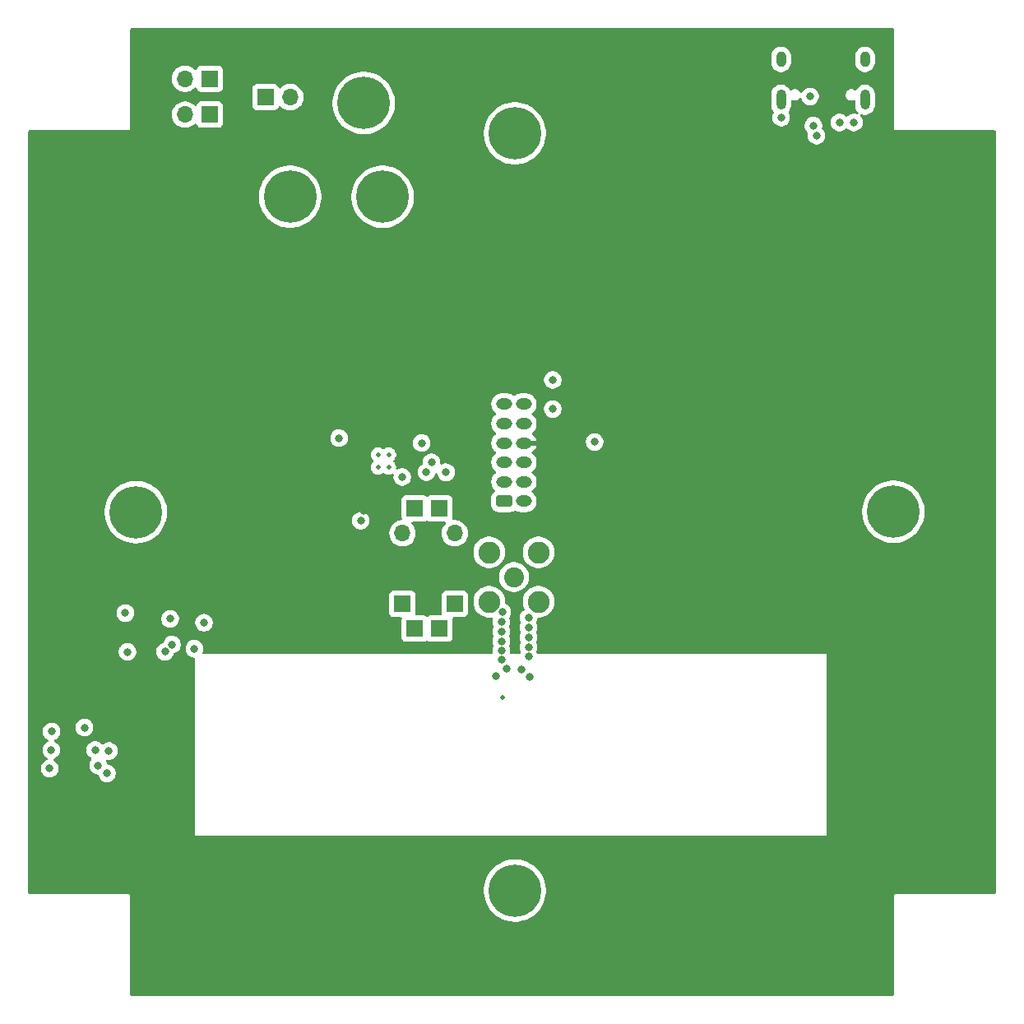
<source format=gbr>
%TF.GenerationSoftware,KiCad,Pcbnew,9.0.0*%
%TF.CreationDate,2025-05-03T12:21:44-07:00*%
%TF.ProjectId,antenna_top_cap_v2a,616e7465-6e6e-4615-9f74-6f705f636170,rev?*%
%TF.SameCoordinates,Original*%
%TF.FileFunction,Copper,L3,Inr*%
%TF.FilePolarity,Positive*%
%FSLAX46Y46*%
G04 Gerber Fmt 4.6, Leading zero omitted, Abs format (unit mm)*
G04 Created by KiCad (PCBNEW 9.0.0) date 2025-05-03 12:21:44*
%MOMM*%
%LPD*%
G01*
G04 APERTURE LIST*
G04 Aperture macros list*
%AMRoundRect*
0 Rectangle with rounded corners*
0 $1 Rounding radius*
0 $2 $3 $4 $5 $6 $7 $8 $9 X,Y pos of 4 corners*
0 Add a 4 corners polygon primitive as box body*
4,1,4,$2,$3,$4,$5,$6,$7,$8,$9,$2,$3,0*
0 Add four circle primitives for the rounded corners*
1,1,$1+$1,$2,$3*
1,1,$1+$1,$4,$5*
1,1,$1+$1,$6,$7*
1,1,$1+$1,$8,$9*
0 Add four rect primitives between the rounded corners*
20,1,$1+$1,$2,$3,$4,$5,0*
20,1,$1+$1,$4,$5,$6,$7,0*
20,1,$1+$1,$6,$7,$8,$9,0*
20,1,$1+$1,$8,$9,$2,$3,0*%
G04 Aperture macros list end*
%TA.AperFunction,ComponentPad*%
%ADD10O,1.700000X1.700000*%
%TD*%
%TA.AperFunction,ComponentPad*%
%ADD11R,1.700000X1.700000*%
%TD*%
%TA.AperFunction,ComponentPad*%
%ADD12C,5.400000*%
%TD*%
%TA.AperFunction,ComponentPad*%
%ADD13RoundRect,0.250000X0.575000X-0.350000X0.575000X0.350000X-0.575000X0.350000X-0.575000X-0.350000X0*%
%TD*%
%TA.AperFunction,ComponentPad*%
%ADD14O,1.650000X1.200000*%
%TD*%
%TA.AperFunction,ComponentPad*%
%ADD15C,2.050000*%
%TD*%
%TA.AperFunction,ComponentPad*%
%ADD16C,2.250000*%
%TD*%
%TA.AperFunction,HeatsinkPad*%
%ADD17C,0.500000*%
%TD*%
%TA.AperFunction,HeatsinkPad*%
%ADD18O,1.000000X1.600000*%
%TD*%
%TA.AperFunction,HeatsinkPad*%
%ADD19O,1.000000X2.100000*%
%TD*%
%TA.AperFunction,ViaPad*%
%ADD20C,0.800000*%
%TD*%
%TA.AperFunction,ViaPad*%
%ADD21C,0.460000*%
%TD*%
G04 APERTURE END LIST*
D10*
%TO.N,BURN*%
%TO.C,J7*%
X154275800Y-114409400D03*
D11*
X155545800Y-111869400D03*
X158085800Y-111869400D03*
D10*
X159645800Y-114409400D03*
D11*
%TO.N,GND*%
X154275800Y-121689400D03*
X155545800Y-124229400D03*
X158085800Y-124229400D03*
X159645800Y-121689400D03*
%TD*%
%TO.N,~{FC_RESET}*%
%TO.C,J3*%
X134420800Y-67619400D03*
D10*
%TO.N,GND*%
X131880800Y-67619400D03*
%TD*%
D12*
%TO.N,unconnected-(TP3-Pad1)*%
%TO.C,TP3*%
X150275800Y-70119400D03*
%TD*%
D13*
%TO.N,GND*%
%TO.C,J1*%
X164745800Y-111119400D03*
D14*
X166745801Y-111119400D03*
%TO.N,BURN*%
X164745800Y-109119399D03*
X166745800Y-109119400D03*
%TO.N,SCL0*%
X164745800Y-107119400D03*
%TO.N,Dir_Chrg_In*%
X166745800Y-107119399D03*
%TO.N,SDA0*%
X164745800Y-105119400D03*
%TO.N,+3V3*%
X166745800Y-105119400D03*
%TO.N,USB_D+*%
X164745800Y-103119400D03*
%TO.N,USB_D-*%
X166745800Y-103119400D03*
%TO.N,FC_USBBOOT*%
X164745800Y-101119400D03*
%TO.N,~{FC_RESET}*%
X166745800Y-101119400D03*
%TD*%
D12*
%TO.N,unconnected-(TP7-Pad1)*%
%TO.C,TP7*%
X142693713Y-79756113D03*
%TD*%
%TO.N,unconnected-(TP2-Pad1)*%
%TO.C,TP2*%
X152215800Y-79769400D03*
%TD*%
%TO.N,unconnected-(TP5-Pad1)*%
%TO.C,TP5*%
X126825800Y-112239400D03*
%TD*%
%TO.N,unconnected-(TP6-Pad1)*%
%TO.C,TP6*%
X165835800Y-73239400D03*
%TD*%
%TO.N,unconnected-(TP1-Pad1)*%
%TO.C,TP1*%
X165835800Y-151189400D03*
%TD*%
%TO.N,unconnected-(TP4-Pad1)*%
%TO.C,TP4*%
X204805800Y-112189400D03*
%TD*%
D15*
%TO.N,Net-(J5-In)*%
%TO.C,J5*%
X165745800Y-118919400D03*
D16*
%TO.N,GND*%
X163205800Y-116379400D03*
X163205800Y-121459400D03*
X168285800Y-116379400D03*
X168285800Y-121459400D03*
%TD*%
D17*
%TO.N,GND*%
%TO.C,U16*%
X152845800Y-107619400D03*
X152845800Y-106319400D03*
X151745800Y-107619400D03*
X151745800Y-106319400D03*
%TD*%
D11*
%TO.N,FC_USBBOOT*%
%TO.C,J4*%
X134420800Y-71319400D03*
D10*
%TO.N,GND*%
X131880800Y-71319400D03*
%TD*%
D11*
%TO.N,Dir_Chrg_In*%
%TO.C,J2*%
X140170800Y-69519400D03*
D10*
%TO.N,GND*%
X142710800Y-69519400D03*
%TD*%
D18*
%TO.N,GND*%
%TO.C,J12*%
X193245800Y-65619400D03*
D19*
X193245800Y-69799400D03*
D18*
X201885800Y-65619400D03*
D19*
X201885800Y-69799400D03*
%TD*%
D20*
%TO.N,GND*%
X200745800Y-72119400D03*
X193245800Y-71619400D03*
X167245800Y-127119400D03*
X167245800Y-123119400D03*
X130347958Y-123222637D03*
X156245800Y-105119400D03*
X167245800Y-126119400D03*
X164445800Y-125519400D03*
X167245800Y-124119400D03*
X167395800Y-129169400D03*
X147745800Y-104619400D03*
X164445800Y-123519400D03*
X117945800Y-138629545D03*
X174045800Y-105019400D03*
X164445800Y-124519400D03*
X164545800Y-122519400D03*
X163895800Y-129119400D03*
D21*
X164557800Y-131307400D03*
D20*
X164445800Y-126519400D03*
X167245800Y-125119400D03*
X164445800Y-127419400D03*
X118145800Y-134819400D03*
X164971175Y-128319400D03*
X166545800Y-128419400D03*
X149970800Y-113119400D03*
%TO.N,+3V3*%
X146245800Y-106619400D03*
X140345800Y-124619400D03*
X150245800Y-112119400D03*
%TO.N,Dir_Chrg_In*%
X169745800Y-101619400D03*
X169745800Y-98619400D03*
%TO.N,2.8V*%
X124045800Y-136819400D03*
X125945800Y-126619400D03*
X118106730Y-136731536D03*
X125745800Y-122619400D03*
X133845800Y-123619400D03*
X129820800Y-126607053D03*
%TO.N,/SCL_3V*%
X122945800Y-138304400D03*
%TO.N,/GPIO*%
X121535800Y-134409400D03*
%TO.N,/XSHUT_2.8V*%
X122625802Y-136719400D03*
%TO.N,USB_D-*%
X196883227Y-73471129D03*
%TO.N,/SDA_3V*%
X123845800Y-139119400D03*
%TO.N,SDA0*%
X157245800Y-107119400D03*
X154245800Y-108619400D03*
X132845800Y-126291732D03*
X130545800Y-125867037D03*
%TO.N,USB_D+*%
X196568612Y-72442212D03*
%TO.N,SCL0*%
X158758453Y-108132053D03*
X156733147Y-108106747D03*
%TO.N,Net-(J12-CC2)*%
X199245800Y-72119400D03*
%TO.N,Net-(J12-CC1)*%
X196229798Y-69447585D03*
%TD*%
%TA.AperFunction,Conductor*%
%TO.N,+3V3*%
G36*
X140597395Y-62419907D02*
G01*
X140598454Y-62419906D01*
X140598457Y-62419908D01*
X151844973Y-62417700D01*
X204719700Y-62417700D01*
X204787821Y-62437702D01*
X204834314Y-62491358D01*
X204845700Y-62543700D01*
X204845700Y-72757082D01*
X204876223Y-72830773D01*
X204876226Y-72830777D01*
X204932622Y-72887173D01*
X204932626Y-72887176D01*
X205006318Y-72917700D01*
X215219700Y-72917700D01*
X215287821Y-72937702D01*
X215334314Y-72991358D01*
X215345700Y-73043700D01*
X215345700Y-151390700D01*
X215325698Y-151458821D01*
X215272042Y-151505314D01*
X215219700Y-151516700D01*
X205006318Y-151516700D01*
X204932626Y-151547223D01*
X204932622Y-151547226D01*
X204876226Y-151603622D01*
X204876223Y-151603626D01*
X204845700Y-151677317D01*
X204845700Y-161890700D01*
X204825698Y-161958821D01*
X204772042Y-162005314D01*
X204719700Y-162016700D01*
X126372700Y-162016700D01*
X126304579Y-161996698D01*
X126258086Y-161943042D01*
X126246700Y-161890700D01*
X126246700Y-151677317D01*
X126216176Y-151603626D01*
X126216173Y-151603622D01*
X126159777Y-151547226D01*
X126159773Y-151547223D01*
X126086082Y-151516700D01*
X115872700Y-151516700D01*
X115804579Y-151496698D01*
X115758086Y-151443042D01*
X115746700Y-151390700D01*
X115746700Y-151009212D01*
X162627300Y-151009212D01*
X162627300Y-151369587D01*
X162667648Y-151727694D01*
X162674356Y-151757082D01*
X162747838Y-152079026D01*
X162747840Y-152079032D01*
X162747839Y-152079032D01*
X162866854Y-152419157D01*
X162866862Y-152419177D01*
X163023222Y-152743860D01*
X163023223Y-152743863D01*
X163214943Y-153048984D01*
X163214947Y-153048991D01*
X163439639Y-153330745D01*
X163694454Y-153585560D01*
X163976208Y-153810252D01*
X163976215Y-153810256D01*
X164281336Y-154001976D01*
X164281338Y-154001976D01*
X164281342Y-154001979D01*
X164606025Y-154158339D01*
X164606040Y-154158344D01*
X164606042Y-154158345D01*
X164946167Y-154277360D01*
X164946170Y-154277360D01*
X164946174Y-154277362D01*
X165297505Y-154357551D01*
X165297506Y-154357551D01*
X165297509Y-154357552D01*
X165508707Y-154381347D01*
X165655612Y-154397900D01*
X165655614Y-154397900D01*
X166015988Y-154397900D01*
X166106930Y-154387653D01*
X166374091Y-154357552D01*
X166725426Y-154277362D01*
X167065575Y-154158339D01*
X167390258Y-154001979D01*
X167695393Y-153810251D01*
X167977142Y-153585563D01*
X168231963Y-153330742D01*
X168456651Y-153048993D01*
X168648379Y-152743858D01*
X168804739Y-152419175D01*
X168923762Y-152079026D01*
X169003952Y-151727691D01*
X169044300Y-151369586D01*
X169044300Y-151009214D01*
X169003952Y-150651109D01*
X168923762Y-150299774D01*
X168804739Y-149959625D01*
X168648379Y-149634942D01*
X168648376Y-149634938D01*
X168648376Y-149634936D01*
X168456656Y-149329815D01*
X168456652Y-149329808D01*
X168231960Y-149048054D01*
X167977145Y-148793239D01*
X167695391Y-148568547D01*
X167695384Y-148568543D01*
X167390263Y-148376823D01*
X167390260Y-148376822D01*
X167065577Y-148220462D01*
X167065557Y-148220454D01*
X166725432Y-148101439D01*
X166374093Y-148021248D01*
X166374096Y-148021248D01*
X166015988Y-147980900D01*
X166015986Y-147980900D01*
X165655614Y-147980900D01*
X165655612Y-147980900D01*
X165297505Y-148021248D01*
X164946167Y-148101439D01*
X164606042Y-148220454D01*
X164606022Y-148220462D01*
X164281339Y-148376822D01*
X164281336Y-148376823D01*
X163976215Y-148568543D01*
X163976208Y-148568547D01*
X163694454Y-148793239D01*
X163439639Y-149048054D01*
X163214947Y-149329808D01*
X163214943Y-149329815D01*
X163023223Y-149634936D01*
X163023222Y-149634939D01*
X162866862Y-149959622D01*
X162866854Y-149959642D01*
X162747839Y-150299767D01*
X162667648Y-150651105D01*
X162627300Y-151009212D01*
X115746700Y-151009212D01*
X115746700Y-138540063D01*
X117037300Y-138540063D01*
X117037300Y-138540066D01*
X117037300Y-138719024D01*
X117072213Y-138894545D01*
X117140698Y-139059881D01*
X117240122Y-139208680D01*
X117366665Y-139335223D01*
X117515464Y-139434647D01*
X117680800Y-139503132D01*
X117856321Y-139538045D01*
X117856322Y-139538045D01*
X118035278Y-139538045D01*
X118035279Y-139538045D01*
X118210800Y-139503132D01*
X118376136Y-139434647D01*
X118524935Y-139335223D01*
X118651478Y-139208680D01*
X118750902Y-139059881D01*
X118819387Y-138894545D01*
X118854300Y-138719024D01*
X118854300Y-138540066D01*
X118819387Y-138364545D01*
X118750902Y-138199209D01*
X118651478Y-138050410D01*
X118524935Y-137923867D01*
X118376136Y-137824443D01*
X118376135Y-137824442D01*
X118370989Y-137821004D01*
X118371973Y-137819529D01*
X118327332Y-137775668D01*
X118311630Y-137706430D01*
X118335853Y-137639694D01*
X118389165Y-137597901D01*
X118537066Y-137536638D01*
X118685865Y-137437214D01*
X118812408Y-137310671D01*
X118911832Y-137161872D01*
X118980317Y-136996536D01*
X119015230Y-136821015D01*
X119015230Y-136642057D01*
X119012815Y-136629918D01*
X121717302Y-136629918D01*
X121717302Y-136808881D01*
X121719716Y-136821015D01*
X121752215Y-136984400D01*
X121820700Y-137149736D01*
X121920124Y-137298535D01*
X122046667Y-137425078D01*
X122195466Y-137524502D01*
X122200927Y-137527421D01*
X122200274Y-137528641D01*
X122250073Y-137568766D01*
X122272497Y-137636128D01*
X122254944Y-137704920D01*
X122243980Y-137720564D01*
X122240120Y-137725267D01*
X122140699Y-137874062D01*
X122072214Y-138039396D01*
X122037300Y-138214918D01*
X122037300Y-138214921D01*
X122037300Y-138393879D01*
X122072213Y-138569400D01*
X122140698Y-138734736D01*
X122240122Y-138883535D01*
X122366665Y-139010078D01*
X122515464Y-139109502D01*
X122652428Y-139166235D01*
X122680797Y-139177986D01*
X122680798Y-139177986D01*
X122680800Y-139177987D01*
X122856321Y-139212900D01*
X122858895Y-139213412D01*
X122921805Y-139246320D01*
X122956937Y-139308015D01*
X122957893Y-139312409D01*
X122972213Y-139384400D01*
X123040698Y-139549736D01*
X123140122Y-139698535D01*
X123266665Y-139825078D01*
X123415464Y-139924502D01*
X123580800Y-139992987D01*
X123756321Y-140027900D01*
X123756322Y-140027900D01*
X123935278Y-140027900D01*
X123935279Y-140027900D01*
X124110800Y-139992987D01*
X124276136Y-139924502D01*
X124424935Y-139825078D01*
X124551478Y-139698535D01*
X124650902Y-139549736D01*
X124719387Y-139384400D01*
X124754300Y-139208879D01*
X124754300Y-139029921D01*
X124719387Y-138854400D01*
X124650902Y-138689064D01*
X124551478Y-138540265D01*
X124424935Y-138413722D01*
X124276136Y-138314298D01*
X124110800Y-138245813D01*
X124022042Y-138228158D01*
X123932703Y-138210387D01*
X123869794Y-138177479D01*
X123834662Y-138115784D01*
X123833706Y-138111389D01*
X123819387Y-138039400D01*
X123819385Y-138039397D01*
X123819385Y-138039393D01*
X123756688Y-137888033D01*
X123749098Y-137817444D01*
X123780876Y-137753956D01*
X123841934Y-137717728D01*
X123897676Y-137716235D01*
X123956321Y-137727900D01*
X123956322Y-137727900D01*
X124135278Y-137727900D01*
X124135279Y-137727900D01*
X124310800Y-137692987D01*
X124476136Y-137624502D01*
X124624935Y-137525078D01*
X124751478Y-137398535D01*
X124850902Y-137249736D01*
X124919387Y-137084400D01*
X124954300Y-136908879D01*
X124954300Y-136729921D01*
X124919387Y-136554400D01*
X124850902Y-136389064D01*
X124751478Y-136240265D01*
X124624935Y-136113722D01*
X124476136Y-136014298D01*
X124359229Y-135965873D01*
X124310803Y-135945814D01*
X124310801Y-135945813D01*
X124310800Y-135945813D01*
X124222445Y-135928238D01*
X124135281Y-135910900D01*
X124135279Y-135910900D01*
X123956321Y-135910900D01*
X123956318Y-135910900D01*
X123825571Y-135936907D01*
X123780800Y-135945813D01*
X123780799Y-135945813D01*
X123780796Y-135945814D01*
X123649702Y-136000116D01*
X123616860Y-136013720D01*
X123615462Y-136014299D01*
X123466654Y-136113729D01*
X123466092Y-136114191D01*
X123465740Y-136114340D01*
X123461519Y-136117161D01*
X123460983Y-136116359D01*
X123400739Y-136141930D01*
X123330763Y-136129933D01*
X123297085Y-136105870D01*
X123204937Y-136013722D01*
X123056138Y-135914298D01*
X122920101Y-135857949D01*
X122890805Y-135845814D01*
X122890803Y-135845813D01*
X122890802Y-135845813D01*
X122802447Y-135828238D01*
X122715283Y-135810900D01*
X122715281Y-135810900D01*
X122536323Y-135810900D01*
X122536320Y-135810900D01*
X122431899Y-135831671D01*
X122360802Y-135845813D01*
X122360801Y-135845813D01*
X122360798Y-135845814D01*
X122230064Y-135899967D01*
X122203670Y-135910900D01*
X122195464Y-135914299D01*
X122046671Y-136013719D01*
X122046664Y-136013724D01*
X121920126Y-136140262D01*
X121920121Y-136140269D01*
X121820701Y-136289062D01*
X121752216Y-136454396D01*
X121717302Y-136629918D01*
X119012815Y-136629918D01*
X118980317Y-136466536D01*
X118911832Y-136301200D01*
X118812408Y-136152401D01*
X118685865Y-136025858D01*
X118610460Y-135975474D01*
X118537065Y-135926433D01*
X118473172Y-135899967D01*
X118417892Y-135855418D01*
X118395472Y-135788054D01*
X118413031Y-135719263D01*
X118464994Y-135670886D01*
X118473159Y-135667156D01*
X118576136Y-135624502D01*
X118724935Y-135525078D01*
X118851478Y-135398535D01*
X118950902Y-135249736D01*
X119019387Y-135084400D01*
X119054300Y-134908879D01*
X119054300Y-134729921D01*
X119019387Y-134554400D01*
X118950902Y-134389064D01*
X118904700Y-134319918D01*
X120627300Y-134319918D01*
X120627300Y-134319921D01*
X120627300Y-134498879D01*
X120662213Y-134674400D01*
X120730698Y-134839736D01*
X120830122Y-134988535D01*
X120956665Y-135115078D01*
X121105464Y-135214502D01*
X121270800Y-135282987D01*
X121446321Y-135317900D01*
X121446322Y-135317900D01*
X121625278Y-135317900D01*
X121625279Y-135317900D01*
X121800800Y-135282987D01*
X121966136Y-135214502D01*
X122114935Y-135115078D01*
X122241478Y-134988535D01*
X122340902Y-134839736D01*
X122409387Y-134674400D01*
X122444300Y-134498879D01*
X122444300Y-134319921D01*
X122409387Y-134144400D01*
X122340902Y-133979064D01*
X122241478Y-133830265D01*
X122114935Y-133703722D01*
X121966136Y-133604298D01*
X121849229Y-133555873D01*
X121800803Y-133535814D01*
X121800801Y-133535813D01*
X121800800Y-133535813D01*
X121712445Y-133518238D01*
X121625281Y-133500900D01*
X121625279Y-133500900D01*
X121446321Y-133500900D01*
X121446318Y-133500900D01*
X121315571Y-133526907D01*
X121270800Y-133535813D01*
X121270799Y-133535813D01*
X121270796Y-133535814D01*
X121105462Y-133604299D01*
X120956669Y-133703719D01*
X120956662Y-133703724D01*
X120830124Y-133830262D01*
X120830119Y-133830269D01*
X120730699Y-133979062D01*
X120662214Y-134144396D01*
X120627300Y-134319918D01*
X118904700Y-134319918D01*
X118851478Y-134240265D01*
X118724935Y-134113722D01*
X118576136Y-134014298D01*
X118459229Y-133965873D01*
X118410803Y-133945814D01*
X118410801Y-133945813D01*
X118410800Y-133945813D01*
X118322445Y-133928238D01*
X118235281Y-133910900D01*
X118235279Y-133910900D01*
X118056321Y-133910900D01*
X118056318Y-133910900D01*
X117925571Y-133936907D01*
X117880800Y-133945813D01*
X117880799Y-133945813D01*
X117880796Y-133945814D01*
X117715462Y-134014299D01*
X117566669Y-134113719D01*
X117566662Y-134113724D01*
X117440124Y-134240262D01*
X117440119Y-134240269D01*
X117340699Y-134389062D01*
X117272214Y-134554396D01*
X117237300Y-134729918D01*
X117237300Y-134729921D01*
X117237300Y-134908879D01*
X117272213Y-135084400D01*
X117340698Y-135249736D01*
X117440122Y-135398535D01*
X117566665Y-135525078D01*
X117715463Y-135624501D01*
X117715464Y-135624502D01*
X117715468Y-135624504D01*
X117779356Y-135650968D01*
X117834637Y-135695516D01*
X117857057Y-135762880D01*
X117839498Y-135831671D01*
X117787536Y-135880049D01*
X117779356Y-135883784D01*
X117676399Y-135926431D01*
X117676394Y-135926433D01*
X117527599Y-136025855D01*
X117527592Y-136025860D01*
X117401054Y-136152398D01*
X117401049Y-136152405D01*
X117301629Y-136301198D01*
X117233144Y-136466532D01*
X117198230Y-136642054D01*
X117198230Y-136642057D01*
X117198230Y-136821015D01*
X117233143Y-136996536D01*
X117301628Y-137161872D01*
X117401052Y-137310671D01*
X117527595Y-137437214D01*
X117620511Y-137499298D01*
X117681541Y-137540077D01*
X117680554Y-137541553D01*
X117725190Y-137585400D01*
X117740900Y-137654637D01*
X117716684Y-137721376D01*
X117663365Y-137763178D01*
X117515469Y-137824440D01*
X117515464Y-137824442D01*
X117366669Y-137923864D01*
X117366662Y-137923869D01*
X117240124Y-138050407D01*
X117240119Y-138050414D01*
X117196441Y-138115784D01*
X117140698Y-138199209D01*
X117134191Y-138214918D01*
X117072214Y-138364541D01*
X117037300Y-138540063D01*
X115746700Y-138540063D01*
X115746700Y-126529918D01*
X125037300Y-126529918D01*
X125037300Y-126708881D01*
X125047333Y-126759319D01*
X125072213Y-126884400D01*
X125140698Y-127049736D01*
X125240122Y-127198535D01*
X125366665Y-127325078D01*
X125515464Y-127424502D01*
X125680800Y-127492987D01*
X125856321Y-127527900D01*
X125856322Y-127527900D01*
X126035278Y-127527900D01*
X126035279Y-127527900D01*
X126210800Y-127492987D01*
X126376136Y-127424502D01*
X126524935Y-127325078D01*
X126651478Y-127198535D01*
X126750902Y-127049736D01*
X126819387Y-126884400D01*
X126854300Y-126708879D01*
X126854300Y-126529921D01*
X126854299Y-126529919D01*
X126854299Y-126529914D01*
X126851844Y-126517571D01*
X128912300Y-126517571D01*
X128912300Y-126696534D01*
X128921071Y-126740626D01*
X128946977Y-126870869D01*
X128947214Y-126872056D01*
X128967273Y-126920482D01*
X129015698Y-127037389D01*
X129115122Y-127186188D01*
X129241665Y-127312731D01*
X129390464Y-127412155D01*
X129555800Y-127480640D01*
X129731321Y-127515553D01*
X129731322Y-127515553D01*
X129910278Y-127515553D01*
X129910279Y-127515553D01*
X130085800Y-127480640D01*
X130251136Y-127412155D01*
X130399935Y-127312731D01*
X130526478Y-127186188D01*
X130625902Y-127037389D01*
X130694387Y-126872053D01*
X130694388Y-126872047D01*
X130694389Y-126872047D01*
X130700386Y-126841895D01*
X130733292Y-126778985D01*
X130794986Y-126743852D01*
X130799386Y-126742895D01*
X130810794Y-126740626D01*
X130810794Y-126740625D01*
X130810800Y-126740624D01*
X130976136Y-126672139D01*
X131124935Y-126572715D01*
X131251478Y-126446172D01*
X131350902Y-126297373D01*
X131390304Y-126202250D01*
X131937300Y-126202250D01*
X131937300Y-126202253D01*
X131937300Y-126381211D01*
X131972213Y-126556732D01*
X132040698Y-126722068D01*
X132140122Y-126870867D01*
X132266665Y-126997410D01*
X132415464Y-127096834D01*
X132580800Y-127165319D01*
X132756321Y-127200232D01*
X132759800Y-127200232D01*
X132761554Y-127200747D01*
X132762477Y-127200838D01*
X132762459Y-127201012D01*
X132827921Y-127220234D01*
X132874414Y-127273890D01*
X132885800Y-127326232D01*
X132885800Y-145539400D01*
X197915800Y-145539400D01*
X197915800Y-126869400D01*
X168209790Y-126869400D01*
X168191322Y-126863977D01*
X168172077Y-126863624D01*
X168157962Y-126854182D01*
X168141669Y-126849398D01*
X168129063Y-126834850D01*
X168113066Y-126824149D01*
X168097498Y-126798421D01*
X168095176Y-126795742D01*
X168094234Y-126793628D01*
X168093812Y-126792659D01*
X168050902Y-126689064D01*
X168044841Y-126679994D01*
X168040336Y-126669628D01*
X168037277Y-126645177D01*
X168029912Y-126621662D01*
X168032950Y-126610580D01*
X168031525Y-126599180D01*
X168042170Y-126576959D01*
X168048119Y-126555265D01*
X168047985Y-126555193D01*
X168048302Y-126554599D01*
X168048688Y-126553193D01*
X168050863Y-126549807D01*
X168050900Y-126549739D01*
X168050900Y-126549738D01*
X168050902Y-126549736D01*
X168119387Y-126384400D01*
X168154300Y-126208879D01*
X168154300Y-126029921D01*
X168119387Y-125854400D01*
X168050902Y-125689064D01*
X168050901Y-125689062D01*
X168050900Y-125689060D01*
X168047985Y-125683607D01*
X168049124Y-125682997D01*
X168029912Y-125621662D01*
X168048119Y-125555265D01*
X168047985Y-125555193D01*
X168048302Y-125554599D01*
X168048688Y-125553193D01*
X168050863Y-125549807D01*
X168050900Y-125549739D01*
X168050900Y-125549738D01*
X168050902Y-125549736D01*
X168119387Y-125384400D01*
X168154300Y-125208879D01*
X168154300Y-125029921D01*
X168119387Y-124854400D01*
X168050902Y-124689064D01*
X168050901Y-124689062D01*
X168050900Y-124689060D01*
X168047985Y-124683607D01*
X168049124Y-124682997D01*
X168029912Y-124621662D01*
X168048119Y-124555265D01*
X168047985Y-124555193D01*
X168048302Y-124554599D01*
X168048688Y-124553193D01*
X168050863Y-124549807D01*
X168050900Y-124549739D01*
X168050900Y-124549738D01*
X168050902Y-124549736D01*
X168119387Y-124384400D01*
X168154300Y-124208879D01*
X168154300Y-124029921D01*
X168119387Y-123854400D01*
X168050902Y-123689064D01*
X168050901Y-123689062D01*
X168050900Y-123689060D01*
X168047985Y-123683607D01*
X168049124Y-123682997D01*
X168029912Y-123621662D01*
X168048119Y-123555265D01*
X168047985Y-123555193D01*
X168048302Y-123554599D01*
X168048688Y-123553193D01*
X168050863Y-123549807D01*
X168050900Y-123549739D01*
X168050900Y-123549738D01*
X168050902Y-123549736D01*
X168119387Y-123384400D01*
X168154300Y-123208879D01*
X168154300Y-123208878D01*
X168154301Y-123208873D01*
X168154530Y-123206551D01*
X168154989Y-123205412D01*
X168155508Y-123202807D01*
X168156002Y-123202905D01*
X168181112Y-123140719D01*
X168239066Y-123099708D01*
X168279923Y-123092900D01*
X168414356Y-123092900D01*
X168414359Y-123092900D01*
X168668312Y-123052678D01*
X168912846Y-122973224D01*
X169141941Y-122856494D01*
X169349954Y-122705364D01*
X169531764Y-122523554D01*
X169682894Y-122315541D01*
X169799624Y-122086446D01*
X169879078Y-121841912D01*
X169919300Y-121587959D01*
X169919300Y-121330841D01*
X169879078Y-121076888D01*
X169799624Y-120832354D01*
X169682894Y-120603259D01*
X169531764Y-120395246D01*
X169531761Y-120395243D01*
X169531759Y-120395240D01*
X169349959Y-120213440D01*
X169349956Y-120213438D01*
X169349954Y-120213436D01*
X169141941Y-120062306D01*
X168912846Y-119945576D01*
X168912843Y-119945575D01*
X168912841Y-119945574D01*
X168668317Y-119866123D01*
X168668313Y-119866122D01*
X168668312Y-119866122D01*
X168414359Y-119825900D01*
X168157241Y-119825900D01*
X167903288Y-119866122D01*
X167903282Y-119866123D01*
X167658758Y-119945574D01*
X167658752Y-119945577D01*
X167429655Y-120062308D01*
X167221643Y-120213438D01*
X167221640Y-120213440D01*
X167039840Y-120395240D01*
X167039838Y-120395243D01*
X166888708Y-120603255D01*
X166771977Y-120832352D01*
X166771974Y-120832358D01*
X166692523Y-121076882D01*
X166692522Y-121076887D01*
X166692522Y-121076888D01*
X166652300Y-121330841D01*
X166652300Y-121587959D01*
X166688149Y-121814299D01*
X166692523Y-121841917D01*
X166771974Y-122086441D01*
X166771979Y-122086453D01*
X166818799Y-122178342D01*
X166831903Y-122248118D01*
X166805203Y-122313903D01*
X166776534Y-122340309D01*
X166666669Y-122413718D01*
X166666662Y-122413724D01*
X166540124Y-122540262D01*
X166540119Y-122540269D01*
X166467738Y-122648596D01*
X166440698Y-122689064D01*
X166431653Y-122710900D01*
X166372214Y-122854396D01*
X166372213Y-122854399D01*
X166372213Y-122854400D01*
X166369504Y-122868020D01*
X166337300Y-123029918D01*
X166337300Y-123208881D01*
X166349496Y-123270195D01*
X166372213Y-123384400D01*
X166440698Y-123549736D01*
X166440699Y-123549738D01*
X166440701Y-123549742D01*
X166443616Y-123555196D01*
X166442481Y-123555802D01*
X166461686Y-123617168D01*
X166443471Y-123683526D01*
X166443616Y-123683604D01*
X166443276Y-123684239D01*
X166442894Y-123685632D01*
X166440740Y-123688984D01*
X166440701Y-123689057D01*
X166372214Y-123854396D01*
X166337300Y-124029918D01*
X166337300Y-124208881D01*
X166354638Y-124296045D01*
X166372213Y-124384400D01*
X166440698Y-124549736D01*
X166440699Y-124549738D01*
X166440701Y-124549742D01*
X166443616Y-124555196D01*
X166442481Y-124555802D01*
X166461686Y-124617168D01*
X166443471Y-124683526D01*
X166443616Y-124683604D01*
X166443276Y-124684239D01*
X166442894Y-124685632D01*
X166440740Y-124688984D01*
X166440701Y-124689057D01*
X166372214Y-124854396D01*
X166337300Y-125029918D01*
X166337300Y-125208881D01*
X166353019Y-125287906D01*
X166372213Y-125384400D01*
X166440698Y-125549736D01*
X166440699Y-125549738D01*
X166440701Y-125549742D01*
X166443616Y-125555196D01*
X166442481Y-125555802D01*
X166461686Y-125617168D01*
X166443471Y-125683526D01*
X166443616Y-125683604D01*
X166443276Y-125684239D01*
X166442894Y-125685632D01*
X166440740Y-125688984D01*
X166440701Y-125689057D01*
X166372214Y-125854396D01*
X166372213Y-125854399D01*
X166372213Y-125854400D01*
X166363307Y-125899171D01*
X166337300Y-126029918D01*
X166337300Y-126208881D01*
X166354638Y-126296045D01*
X166372213Y-126384400D01*
X166440698Y-126549736D01*
X166440699Y-126549738D01*
X166440701Y-126549742D01*
X166443616Y-126555196D01*
X166442481Y-126555802D01*
X166461686Y-126617168D01*
X166451263Y-126669626D01*
X166446753Y-126680001D01*
X166440698Y-126689064D01*
X166397784Y-126792665D01*
X166397367Y-126793626D01*
X166375287Y-126820074D01*
X166353671Y-126846899D01*
X166352595Y-126847257D01*
X166351868Y-126848128D01*
X166318982Y-126858444D01*
X166286307Y-126869320D01*
X166284195Y-126869357D01*
X166284127Y-126869379D01*
X166284057Y-126869360D01*
X166281810Y-126869400D01*
X165456011Y-126869400D01*
X165387890Y-126849398D01*
X165341397Y-126795742D01*
X165331293Y-126725468D01*
X165332432Y-126718819D01*
X165354299Y-126608884D01*
X165354300Y-126608877D01*
X165354300Y-126429922D01*
X165354299Y-126429918D01*
X165319387Y-126254400D01*
X165250902Y-126089064D01*
X165250901Y-126089062D01*
X165250900Y-126089060D01*
X165247985Y-126083607D01*
X165249124Y-126082997D01*
X165229912Y-126021662D01*
X165248119Y-125955265D01*
X165247985Y-125955193D01*
X165248302Y-125954599D01*
X165248688Y-125953193D01*
X165250863Y-125949807D01*
X165250900Y-125949739D01*
X165250900Y-125949738D01*
X165250902Y-125949736D01*
X165319387Y-125784400D01*
X165354300Y-125608879D01*
X165354300Y-125429921D01*
X165319387Y-125254400D01*
X165250902Y-125089064D01*
X165250901Y-125089062D01*
X165250900Y-125089060D01*
X165247985Y-125083607D01*
X165249124Y-125082997D01*
X165229912Y-125021662D01*
X165248119Y-124955265D01*
X165247985Y-124955193D01*
X165248302Y-124954599D01*
X165248688Y-124953193D01*
X165250863Y-124949807D01*
X165250900Y-124949739D01*
X165250900Y-124949738D01*
X165250902Y-124949736D01*
X165319387Y-124784400D01*
X165354300Y-124608879D01*
X165354300Y-124429921D01*
X165319387Y-124254400D01*
X165250902Y-124089064D01*
X165250901Y-124089062D01*
X165250900Y-124089060D01*
X165247985Y-124083607D01*
X165249124Y-124082997D01*
X165229912Y-124021662D01*
X165248119Y-123955265D01*
X165247985Y-123955193D01*
X165248302Y-123954599D01*
X165248688Y-123953193D01*
X165250863Y-123949807D01*
X165250900Y-123949739D01*
X165250900Y-123949738D01*
X165250902Y-123949736D01*
X165319387Y-123784400D01*
X165354300Y-123608879D01*
X165354300Y-123429921D01*
X165319387Y-123254400D01*
X165279317Y-123157663D01*
X165271728Y-123087074D01*
X165290961Y-123039443D01*
X165350902Y-122949736D01*
X165419387Y-122784400D01*
X165454300Y-122608879D01*
X165454300Y-122429921D01*
X165419387Y-122254400D01*
X165350902Y-122089064D01*
X165251478Y-121940265D01*
X165124935Y-121813722D01*
X164976136Y-121714298D01*
X164967933Y-121710900D01*
X164917080Y-121689835D01*
X164861800Y-121645286D01*
X164839380Y-121577922D01*
X164839300Y-121573427D01*
X164839300Y-121330844D01*
X164839300Y-121330841D01*
X164799078Y-121076888D01*
X164719624Y-120832354D01*
X164602894Y-120603259D01*
X164451764Y-120395246D01*
X164451761Y-120395243D01*
X164451759Y-120395240D01*
X164269959Y-120213440D01*
X164269956Y-120213438D01*
X164269954Y-120213436D01*
X164061941Y-120062306D01*
X163832846Y-119945576D01*
X163832843Y-119945575D01*
X163832841Y-119945574D01*
X163588317Y-119866123D01*
X163588313Y-119866122D01*
X163588312Y-119866122D01*
X163334359Y-119825900D01*
X163077241Y-119825900D01*
X162823288Y-119866122D01*
X162823282Y-119866123D01*
X162578758Y-119945574D01*
X162578752Y-119945577D01*
X162349655Y-120062308D01*
X162141643Y-120213438D01*
X162141640Y-120213440D01*
X161959840Y-120395240D01*
X161959838Y-120395243D01*
X161808708Y-120603255D01*
X161691977Y-120832352D01*
X161691974Y-120832358D01*
X161612523Y-121076882D01*
X161612522Y-121076887D01*
X161612522Y-121076888D01*
X161572300Y-121330841D01*
X161572300Y-121587959D01*
X161608149Y-121814299D01*
X161612523Y-121841917D01*
X161676972Y-122040269D01*
X161691976Y-122086446D01*
X161808706Y-122315541D01*
X161959836Y-122523554D01*
X161959838Y-122523556D01*
X161959840Y-122523559D01*
X162141640Y-122705359D01*
X162141643Y-122705361D01*
X162141646Y-122705364D01*
X162349659Y-122856494D01*
X162578754Y-122973224D01*
X162823288Y-123052678D01*
X163077241Y-123092900D01*
X163077244Y-123092900D01*
X163334356Y-123092900D01*
X163334359Y-123092900D01*
X163438287Y-123076439D01*
X163508696Y-123085539D01*
X163563010Y-123131260D01*
X163583983Y-123199089D01*
X163574406Y-123249103D01*
X163572214Y-123254392D01*
X163537300Y-123429918D01*
X163537300Y-123608881D01*
X163546071Y-123652973D01*
X163557191Y-123708881D01*
X163572214Y-123784403D01*
X163594156Y-123837376D01*
X163640698Y-123949736D01*
X163640699Y-123949738D01*
X163640701Y-123949742D01*
X163643616Y-123955196D01*
X163642481Y-123955802D01*
X163661686Y-124017168D01*
X163643471Y-124083526D01*
X163643616Y-124083604D01*
X163643276Y-124084239D01*
X163642894Y-124085632D01*
X163640740Y-124088984D01*
X163640701Y-124089057D01*
X163572214Y-124254396D01*
X163537300Y-124429918D01*
X163537300Y-124608881D01*
X163552043Y-124682997D01*
X163572213Y-124784400D01*
X163640698Y-124949736D01*
X163640699Y-124949738D01*
X163640701Y-124949742D01*
X163643616Y-124955196D01*
X163642481Y-124955802D01*
X163661686Y-125017168D01*
X163643471Y-125083526D01*
X163643616Y-125083604D01*
X163643276Y-125084239D01*
X163642894Y-125085632D01*
X163640740Y-125088984D01*
X163640701Y-125089057D01*
X163572214Y-125254396D01*
X163537300Y-125429918D01*
X163537300Y-125608881D01*
X163541939Y-125632201D01*
X163572213Y-125784400D01*
X163640698Y-125949736D01*
X163640699Y-125949738D01*
X163640701Y-125949742D01*
X163643616Y-125955196D01*
X163642481Y-125955802D01*
X163661686Y-126017168D01*
X163643471Y-126083526D01*
X163643616Y-126083604D01*
X163643276Y-126084239D01*
X163642894Y-126085632D01*
X163640740Y-126088984D01*
X163640701Y-126089057D01*
X163572214Y-126254396D01*
X163537300Y-126429918D01*
X163537300Y-126608884D01*
X163559168Y-126718819D01*
X163552840Y-126789533D01*
X163509286Y-126845600D01*
X163442333Y-126869219D01*
X163435589Y-126869400D01*
X133778448Y-126869400D01*
X133710327Y-126849398D01*
X133663834Y-126795742D01*
X133653730Y-126725468D01*
X133662039Y-126695181D01*
X133671584Y-126672137D01*
X133719387Y-126556732D01*
X133754300Y-126381211D01*
X133754300Y-126202253D01*
X133719387Y-126026732D01*
X133650902Y-125861396D01*
X133551478Y-125712597D01*
X133424935Y-125586054D01*
X133276136Y-125486630D01*
X133139230Y-125429921D01*
X133110803Y-125418146D01*
X133110801Y-125418145D01*
X133110800Y-125418145D01*
X133022445Y-125400570D01*
X132935281Y-125383232D01*
X132935279Y-125383232D01*
X132756321Y-125383232D01*
X132756318Y-125383232D01*
X132625571Y-125409239D01*
X132580800Y-125418145D01*
X132580799Y-125418145D01*
X132580796Y-125418146D01*
X132415462Y-125486631D01*
X132266669Y-125586051D01*
X132266662Y-125586056D01*
X132140124Y-125712594D01*
X132140119Y-125712601D01*
X132040699Y-125861394D01*
X131972214Y-126026728D01*
X131972213Y-126026731D01*
X131972213Y-126026732D01*
X131969522Y-126040262D01*
X131937300Y-126202250D01*
X131390304Y-126202250D01*
X131419387Y-126132037D01*
X131454300Y-125956516D01*
X131454300Y-125777558D01*
X131419387Y-125602037D01*
X131350902Y-125436701D01*
X131251478Y-125287902D01*
X131124935Y-125161359D01*
X130976136Y-125061935D01*
X130859229Y-125013510D01*
X130810803Y-124993451D01*
X130810801Y-124993450D01*
X130810800Y-124993450D01*
X130722445Y-124975875D01*
X130635281Y-124958537D01*
X130635279Y-124958537D01*
X130456321Y-124958537D01*
X130456318Y-124958537D01*
X130325571Y-124984544D01*
X130280800Y-124993450D01*
X130280799Y-124993450D01*
X130280796Y-124993451D01*
X130115462Y-125061936D01*
X129966669Y-125161356D01*
X129966662Y-125161361D01*
X129840124Y-125287899D01*
X129840119Y-125287906D01*
X129740699Y-125436699D01*
X129672214Y-125602034D01*
X129672212Y-125602040D01*
X129666212Y-125632201D01*
X129633303Y-125695109D01*
X129571607Y-125730240D01*
X129567220Y-125731194D01*
X129555804Y-125733465D01*
X129555800Y-125733466D01*
X129390463Y-125801951D01*
X129241669Y-125901372D01*
X129241662Y-125901377D01*
X129115124Y-126027915D01*
X129115119Y-126027922D01*
X129034990Y-126147845D01*
X129015698Y-126176717D01*
X129010584Y-126189064D01*
X128947214Y-126342049D01*
X128912300Y-126517571D01*
X126851844Y-126517571D01*
X126845719Y-126486782D01*
X126819387Y-126354400D01*
X126750902Y-126189064D01*
X126651478Y-126040265D01*
X126524935Y-125913722D01*
X126376136Y-125814298D01*
X126259229Y-125765873D01*
X126210803Y-125745814D01*
X126210801Y-125745813D01*
X126210800Y-125745813D01*
X126122445Y-125728238D01*
X126035281Y-125710900D01*
X126035279Y-125710900D01*
X125856321Y-125710900D01*
X125856318Y-125710900D01*
X125759091Y-125730240D01*
X125680800Y-125745813D01*
X125680799Y-125745813D01*
X125680796Y-125745814D01*
X125515462Y-125814299D01*
X125366669Y-125913719D01*
X125366662Y-125913724D01*
X125240124Y-126040262D01*
X125240119Y-126040269D01*
X125168240Y-126147845D01*
X125140698Y-126189064D01*
X125126516Y-126223302D01*
X125072214Y-126354396D01*
X125037300Y-126529918D01*
X115746700Y-126529918D01*
X115746700Y-122529918D01*
X124837300Y-122529918D01*
X124837300Y-122708881D01*
X124852561Y-122785602D01*
X124870822Y-122877409D01*
X124872214Y-122884403D01*
X124890484Y-122928510D01*
X124940698Y-123049736D01*
X125040122Y-123198535D01*
X125166665Y-123325078D01*
X125315464Y-123424502D01*
X125480800Y-123492987D01*
X125656321Y-123527900D01*
X125656322Y-123527900D01*
X125835278Y-123527900D01*
X125835279Y-123527900D01*
X126010800Y-123492987D01*
X126176136Y-123424502D01*
X126324935Y-123325078D01*
X126451478Y-123198535D01*
X126495163Y-123133155D01*
X129439458Y-123133155D01*
X129439458Y-123312118D01*
X129474372Y-123487640D01*
X129491886Y-123529921D01*
X129542856Y-123652973D01*
X129642280Y-123801772D01*
X129768823Y-123928315D01*
X129917622Y-124027739D01*
X130082958Y-124096224D01*
X130258479Y-124131137D01*
X130258480Y-124131137D01*
X130437436Y-124131137D01*
X130437437Y-124131137D01*
X130612958Y-124096224D01*
X130778294Y-124027739D01*
X130927093Y-123928315D01*
X131053636Y-123801772D01*
X131153060Y-123652973D01*
X131204031Y-123529918D01*
X132937300Y-123529918D01*
X132937300Y-123708881D01*
X132954638Y-123796045D01*
X132972213Y-123884400D01*
X133040698Y-124049736D01*
X133140122Y-124198535D01*
X133266665Y-124325078D01*
X133415464Y-124424502D01*
X133580800Y-124492987D01*
X133756321Y-124527900D01*
X133756322Y-124527900D01*
X133935278Y-124527900D01*
X133935279Y-124527900D01*
X134110800Y-124492987D01*
X134276136Y-124424502D01*
X134424935Y-124325078D01*
X134551478Y-124198535D01*
X134650902Y-124049736D01*
X134719387Y-123884400D01*
X134754300Y-123708879D01*
X134754300Y-123529921D01*
X134719387Y-123354400D01*
X134650902Y-123189064D01*
X134551478Y-123040265D01*
X134424935Y-122913722D01*
X134276136Y-122814298D01*
X134159229Y-122765873D01*
X134110803Y-122745814D01*
X134110801Y-122745813D01*
X134110800Y-122745813D01*
X134016059Y-122726968D01*
X133935281Y-122710900D01*
X133935279Y-122710900D01*
X133756321Y-122710900D01*
X133756318Y-122710900D01*
X133625571Y-122736907D01*
X133580800Y-122745813D01*
X133580799Y-122745813D01*
X133580796Y-122745814D01*
X133415462Y-122814299D01*
X133266669Y-122913719D01*
X133266662Y-122913724D01*
X133140124Y-123040262D01*
X133140119Y-123040269D01*
X133078028Y-123133196D01*
X133040698Y-123189064D01*
X133028740Y-123217933D01*
X132972214Y-123354396D01*
X132937300Y-123529918D01*
X131204031Y-123529918D01*
X131221545Y-123487637D01*
X131256458Y-123312116D01*
X131256458Y-123133158D01*
X131221545Y-122957637D01*
X131153060Y-122792301D01*
X131053636Y-122643502D01*
X130927093Y-122516959D01*
X130778294Y-122417535D01*
X130625874Y-122354400D01*
X130612961Y-122349051D01*
X130612959Y-122349050D01*
X130612958Y-122349050D01*
X130524603Y-122331475D01*
X130437439Y-122314137D01*
X130437437Y-122314137D01*
X130258479Y-122314137D01*
X130258476Y-122314137D01*
X130127729Y-122340144D01*
X130082958Y-122349050D01*
X130082957Y-122349050D01*
X130082954Y-122349051D01*
X129951860Y-122403353D01*
X129926823Y-122413724D01*
X129917620Y-122417536D01*
X129768827Y-122516956D01*
X129768820Y-122516961D01*
X129642282Y-122643499D01*
X129642277Y-122643506D01*
X129547329Y-122785607D01*
X129542856Y-122792301D01*
X129533744Y-122814299D01*
X129474372Y-122957633D01*
X129474371Y-122957636D01*
X129474371Y-122957637D01*
X129467877Y-122990287D01*
X129439458Y-123133155D01*
X126495163Y-123133155D01*
X126550902Y-123049736D01*
X126619387Y-122884400D01*
X126654300Y-122708879D01*
X126654300Y-122529921D01*
X126619387Y-122354400D01*
X126550902Y-122189064D01*
X126451478Y-122040265D01*
X126324935Y-121913722D01*
X126176136Y-121814298D01*
X126059229Y-121765873D01*
X126010803Y-121745814D01*
X126010801Y-121745813D01*
X126010800Y-121745813D01*
X125922445Y-121728238D01*
X125835281Y-121710900D01*
X125835279Y-121710900D01*
X125656321Y-121710900D01*
X125656318Y-121710900D01*
X125525571Y-121736907D01*
X125480800Y-121745813D01*
X125480799Y-121745813D01*
X125480796Y-121745814D01*
X125315462Y-121814299D01*
X125166669Y-121913719D01*
X125166662Y-121913724D01*
X125040124Y-122040262D01*
X125040119Y-122040269D01*
X124940699Y-122189062D01*
X124872214Y-122354396D01*
X124837300Y-122529918D01*
X115746700Y-122529918D01*
X115746700Y-120790750D01*
X152917300Y-120790750D01*
X152917300Y-122588049D01*
X152923809Y-122648596D01*
X152923811Y-122648604D01*
X152974910Y-122785602D01*
X152974912Y-122785607D01*
X153062538Y-122902661D01*
X153179592Y-122990287D01*
X153179594Y-122990288D01*
X153179596Y-122990289D01*
X153237287Y-123011807D01*
X153316595Y-123041388D01*
X153316603Y-123041390D01*
X153377150Y-123047899D01*
X153377155Y-123047899D01*
X153377162Y-123047900D01*
X154095250Y-123047900D01*
X154163371Y-123067902D01*
X154209864Y-123121558D01*
X154219968Y-123191832D01*
X154213305Y-123217933D01*
X154193811Y-123270195D01*
X154193809Y-123270203D01*
X154187300Y-123330750D01*
X154187300Y-125128049D01*
X154193809Y-125188596D01*
X154193811Y-125188604D01*
X154244910Y-125325602D01*
X154244912Y-125325607D01*
X154332538Y-125442661D01*
X154449592Y-125530287D01*
X154449594Y-125530288D01*
X154449596Y-125530289D01*
X154501735Y-125549736D01*
X154586595Y-125581388D01*
X154586603Y-125581390D01*
X154647150Y-125587899D01*
X154647155Y-125587899D01*
X154647162Y-125587900D01*
X154647168Y-125587900D01*
X156444432Y-125587900D01*
X156444438Y-125587900D01*
X156444445Y-125587899D01*
X156444449Y-125587899D01*
X156504996Y-125581390D01*
X156504999Y-125581389D01*
X156505001Y-125581389D01*
X156642004Y-125530289D01*
X156740292Y-125456711D01*
X156806811Y-125431901D01*
X156876185Y-125446992D01*
X156891302Y-125456706D01*
X156989593Y-125530287D01*
X156989596Y-125530289D01*
X157126595Y-125581388D01*
X157126603Y-125581390D01*
X157187150Y-125587899D01*
X157187155Y-125587899D01*
X157187162Y-125587900D01*
X157187168Y-125587900D01*
X158984432Y-125587900D01*
X158984438Y-125587900D01*
X158984445Y-125587899D01*
X158984449Y-125587899D01*
X159044996Y-125581390D01*
X159044999Y-125581389D01*
X159045001Y-125581389D01*
X159182004Y-125530289D01*
X159240326Y-125486630D01*
X159299061Y-125442661D01*
X159386687Y-125325607D01*
X159386687Y-125325606D01*
X159386689Y-125325604D01*
X159437789Y-125188601D01*
X159444300Y-125128038D01*
X159444300Y-123330762D01*
X159442296Y-123312118D01*
X159437790Y-123270203D01*
X159437788Y-123270195D01*
X159418295Y-123217933D01*
X159413229Y-123147117D01*
X159447254Y-123084805D01*
X159509566Y-123050780D01*
X159536350Y-123047900D01*
X160544432Y-123047900D01*
X160544438Y-123047900D01*
X160544445Y-123047899D01*
X160544449Y-123047899D01*
X160604996Y-123041390D01*
X160604999Y-123041389D01*
X160605001Y-123041389D01*
X160610219Y-123039443D01*
X160623845Y-123034360D01*
X160742004Y-122990289D01*
X160796177Y-122949736D01*
X160859061Y-122902661D01*
X160946687Y-122785607D01*
X160946687Y-122785606D01*
X160946689Y-122785604D01*
X160997789Y-122648601D01*
X160998338Y-122643502D01*
X161004299Y-122588049D01*
X161004300Y-122588032D01*
X161004300Y-120790767D01*
X161004299Y-120790750D01*
X160997790Y-120730203D01*
X160997788Y-120730195D01*
X160946689Y-120593197D01*
X160946687Y-120593192D01*
X160859061Y-120476138D01*
X160742007Y-120388512D01*
X160742002Y-120388510D01*
X160605004Y-120337411D01*
X160604996Y-120337409D01*
X160544449Y-120330900D01*
X160544438Y-120330900D01*
X158747162Y-120330900D01*
X158747150Y-120330900D01*
X158686603Y-120337409D01*
X158686595Y-120337411D01*
X158549597Y-120388510D01*
X158549592Y-120388512D01*
X158432538Y-120476138D01*
X158344912Y-120593192D01*
X158344910Y-120593197D01*
X158293811Y-120730195D01*
X158293809Y-120730203D01*
X158287300Y-120790750D01*
X158287300Y-122588049D01*
X158293809Y-122648596D01*
X158293811Y-122648604D01*
X158313305Y-122700867D01*
X158318371Y-122771683D01*
X158284346Y-122833995D01*
X158222034Y-122868020D01*
X158195250Y-122870900D01*
X157187150Y-122870900D01*
X157126603Y-122877409D01*
X157126595Y-122877411D01*
X156989597Y-122928510D01*
X156989592Y-122928512D01*
X156891309Y-123002087D01*
X156824789Y-123026898D01*
X156755415Y-123011807D01*
X156740291Y-123002087D01*
X156642007Y-122928512D01*
X156642002Y-122928510D01*
X156505004Y-122877411D01*
X156504996Y-122877409D01*
X156444449Y-122870900D01*
X156444438Y-122870900D01*
X155726350Y-122870900D01*
X155658229Y-122850898D01*
X155611736Y-122797242D01*
X155601632Y-122726968D01*
X155608295Y-122700867D01*
X155627788Y-122648604D01*
X155627790Y-122648596D01*
X155634299Y-122588049D01*
X155634300Y-122588032D01*
X155634300Y-120790767D01*
X155634299Y-120790750D01*
X155627790Y-120730203D01*
X155627788Y-120730195D01*
X155576689Y-120593197D01*
X155576687Y-120593192D01*
X155489061Y-120476138D01*
X155372007Y-120388512D01*
X155372002Y-120388510D01*
X155235004Y-120337411D01*
X155234996Y-120337409D01*
X155174449Y-120330900D01*
X155174438Y-120330900D01*
X153377162Y-120330900D01*
X153377150Y-120330900D01*
X153316603Y-120337409D01*
X153316595Y-120337411D01*
X153179597Y-120388510D01*
X153179592Y-120388512D01*
X153062538Y-120476138D01*
X152974912Y-120593192D01*
X152974910Y-120593197D01*
X152923811Y-120730195D01*
X152923809Y-120730203D01*
X152917300Y-120790750D01*
X115746700Y-120790750D01*
X115746700Y-118798711D01*
X164212300Y-118798711D01*
X164212300Y-119040089D01*
X164250060Y-119278495D01*
X164250061Y-119278500D01*
X164324648Y-119508055D01*
X164324650Y-119508060D01*
X164324651Y-119508061D01*
X164434235Y-119723132D01*
X164576113Y-119918410D01*
X164746789Y-120089086D01*
X164746792Y-120089088D01*
X164942071Y-120230967D01*
X165157140Y-120340550D01*
X165386705Y-120415140D01*
X165625111Y-120452900D01*
X165625114Y-120452900D01*
X165866486Y-120452900D01*
X165866489Y-120452900D01*
X166104895Y-120415140D01*
X166334460Y-120340550D01*
X166549529Y-120230967D01*
X166744808Y-120089088D01*
X166915488Y-119918408D01*
X167057367Y-119723129D01*
X167166950Y-119508060D01*
X167241540Y-119278495D01*
X167279300Y-119040089D01*
X167279300Y-118798711D01*
X167241540Y-118560305D01*
X167166950Y-118330740D01*
X167057367Y-118115671D01*
X166915488Y-117920392D01*
X166915486Y-117920389D01*
X166744810Y-117749713D01*
X166549532Y-117607835D01*
X166549531Y-117607834D01*
X166549529Y-117607833D01*
X166334460Y-117498250D01*
X166334457Y-117498249D01*
X166334455Y-117498248D01*
X166104900Y-117423661D01*
X166104896Y-117423660D01*
X166104895Y-117423660D01*
X165866489Y-117385900D01*
X165625111Y-117385900D01*
X165386705Y-117423660D01*
X165386699Y-117423661D01*
X165157144Y-117498248D01*
X165157138Y-117498251D01*
X164942067Y-117607835D01*
X164746789Y-117749713D01*
X164576113Y-117920389D01*
X164434235Y-118115667D01*
X164324651Y-118330738D01*
X164324648Y-118330744D01*
X164250061Y-118560299D01*
X164250060Y-118560304D01*
X164250060Y-118560305D01*
X164212300Y-118798711D01*
X115746700Y-118798711D01*
X115746700Y-116250841D01*
X161572300Y-116250841D01*
X161572300Y-116507959D01*
X161612522Y-116761912D01*
X161612523Y-116761917D01*
X161691974Y-117006441D01*
X161691976Y-117006446D01*
X161808706Y-117235541D01*
X161959836Y-117443554D01*
X161959838Y-117443556D01*
X161959840Y-117443559D01*
X162141640Y-117625359D01*
X162141643Y-117625361D01*
X162141646Y-117625364D01*
X162349659Y-117776494D01*
X162578754Y-117893224D01*
X162823288Y-117972678D01*
X163077241Y-118012900D01*
X163077244Y-118012900D01*
X163334356Y-118012900D01*
X163334359Y-118012900D01*
X163588312Y-117972678D01*
X163832846Y-117893224D01*
X164061941Y-117776494D01*
X164269954Y-117625364D01*
X164451764Y-117443554D01*
X164602894Y-117235541D01*
X164719624Y-117006446D01*
X164799078Y-116761912D01*
X164839300Y-116507959D01*
X164839300Y-116250841D01*
X166652300Y-116250841D01*
X166652300Y-116507959D01*
X166692522Y-116761912D01*
X166692523Y-116761917D01*
X166771974Y-117006441D01*
X166771976Y-117006446D01*
X166888706Y-117235541D01*
X167039836Y-117443554D01*
X167039838Y-117443556D01*
X167039840Y-117443559D01*
X167221640Y-117625359D01*
X167221643Y-117625361D01*
X167221646Y-117625364D01*
X167429659Y-117776494D01*
X167658754Y-117893224D01*
X167903288Y-117972678D01*
X168157241Y-118012900D01*
X168157244Y-118012900D01*
X168414356Y-118012900D01*
X168414359Y-118012900D01*
X168668312Y-117972678D01*
X168912846Y-117893224D01*
X169141941Y-117776494D01*
X169349954Y-117625364D01*
X169531764Y-117443554D01*
X169682894Y-117235541D01*
X169799624Y-117006446D01*
X169879078Y-116761912D01*
X169919300Y-116507959D01*
X169919300Y-116250841D01*
X169879078Y-115996888D01*
X169799624Y-115752354D01*
X169682894Y-115523259D01*
X169531764Y-115315246D01*
X169531761Y-115315243D01*
X169531759Y-115315240D01*
X169349959Y-115133440D01*
X169349956Y-115133438D01*
X169349954Y-115133436D01*
X169169016Y-115001977D01*
X169141944Y-114982308D01*
X169141943Y-114982307D01*
X169141941Y-114982306D01*
X168912846Y-114865576D01*
X168912843Y-114865575D01*
X168912841Y-114865574D01*
X168668317Y-114786123D01*
X168668313Y-114786122D01*
X168668312Y-114786122D01*
X168414359Y-114745900D01*
X168157241Y-114745900D01*
X167903288Y-114786122D01*
X167903282Y-114786123D01*
X167658758Y-114865574D01*
X167658752Y-114865577D01*
X167429655Y-114982308D01*
X167221643Y-115133438D01*
X167221640Y-115133440D01*
X167039840Y-115315240D01*
X167039838Y-115315243D01*
X166888708Y-115523255D01*
X166771977Y-115752352D01*
X166771974Y-115752358D01*
X166692523Y-115996882D01*
X166692522Y-115996887D01*
X166692522Y-115996888D01*
X166652300Y-116250841D01*
X164839300Y-116250841D01*
X164799078Y-115996888D01*
X164719624Y-115752354D01*
X164602894Y-115523259D01*
X164451764Y-115315246D01*
X164451761Y-115315243D01*
X164451759Y-115315240D01*
X164269959Y-115133440D01*
X164269956Y-115133438D01*
X164269954Y-115133436D01*
X164089016Y-115001977D01*
X164061944Y-114982308D01*
X164061943Y-114982307D01*
X164061941Y-114982306D01*
X163832846Y-114865576D01*
X163832843Y-114865575D01*
X163832841Y-114865574D01*
X163588317Y-114786123D01*
X163588313Y-114786122D01*
X163588312Y-114786122D01*
X163334359Y-114745900D01*
X163077241Y-114745900D01*
X162823288Y-114786122D01*
X162823282Y-114786123D01*
X162578758Y-114865574D01*
X162578752Y-114865577D01*
X162349655Y-114982308D01*
X162141643Y-115133438D01*
X162141640Y-115133440D01*
X161959840Y-115315240D01*
X161959838Y-115315243D01*
X161808708Y-115523255D01*
X161691977Y-115752352D01*
X161691974Y-115752358D01*
X161612523Y-115996882D01*
X161612522Y-115996887D01*
X161612522Y-115996888D01*
X161572300Y-116250841D01*
X115746700Y-116250841D01*
X115746700Y-112059212D01*
X123617300Y-112059212D01*
X123617300Y-112419587D01*
X123657648Y-112777694D01*
X123699396Y-112960601D01*
X123737838Y-113129026D01*
X123737840Y-113129032D01*
X123737839Y-113129032D01*
X123856854Y-113469157D01*
X123856862Y-113469177D01*
X124013222Y-113793860D01*
X124013223Y-113793863D01*
X124204943Y-114098984D01*
X124204947Y-114098991D01*
X124429639Y-114380745D01*
X124684454Y-114635560D01*
X124966208Y-114860252D01*
X124966215Y-114860256D01*
X125271336Y-115051976D01*
X125271338Y-115051976D01*
X125271342Y-115051979D01*
X125596025Y-115208339D01*
X125596040Y-115208344D01*
X125596042Y-115208345D01*
X125936167Y-115327360D01*
X125936170Y-115327360D01*
X125936174Y-115327362D01*
X126287505Y-115407551D01*
X126287506Y-115407551D01*
X126287509Y-115407552D01*
X126498707Y-115431347D01*
X126645612Y-115447900D01*
X126645614Y-115447900D01*
X127005988Y-115447900D01*
X127096930Y-115437653D01*
X127364091Y-115407552D01*
X127715426Y-115327362D01*
X128055575Y-115208339D01*
X128380258Y-115051979D01*
X128685393Y-114860251D01*
X128967142Y-114635563D01*
X129221963Y-114380742D01*
X129284372Y-114302484D01*
X152917300Y-114302484D01*
X152917300Y-114516316D01*
X152928268Y-114585563D01*
X152950752Y-114727521D01*
X152995609Y-114865577D01*
X153016828Y-114930883D01*
X153078529Y-115051977D01*
X153113908Y-115121412D01*
X153122647Y-115133440D01*
X153239594Y-115294404D01*
X153239596Y-115294406D01*
X153239598Y-115294409D01*
X153390790Y-115445601D01*
X153390793Y-115445603D01*
X153390796Y-115445606D01*
X153563791Y-115571294D01*
X153754317Y-115668372D01*
X153957678Y-115734447D01*
X153957679Y-115734447D01*
X153957684Y-115734449D01*
X154168884Y-115767900D01*
X154168887Y-115767900D01*
X154382713Y-115767900D01*
X154382716Y-115767900D01*
X154593916Y-115734449D01*
X154797283Y-115668372D01*
X154987809Y-115571294D01*
X155160804Y-115445606D01*
X155312006Y-115294404D01*
X155437694Y-115121409D01*
X155534772Y-114930883D01*
X155600849Y-114727516D01*
X155634300Y-114516316D01*
X155634300Y-114302484D01*
X155600849Y-114091284D01*
X155534772Y-113887917D01*
X155437694Y-113697391D01*
X155312006Y-113524396D01*
X155312003Y-113524393D01*
X155312001Y-113524390D01*
X155230606Y-113442995D01*
X155196580Y-113380683D01*
X155201645Y-113309868D01*
X155244192Y-113253032D01*
X155310712Y-113228221D01*
X155319701Y-113227900D01*
X156444432Y-113227900D01*
X156444438Y-113227900D01*
X156444445Y-113227899D01*
X156444449Y-113227899D01*
X156504996Y-113221390D01*
X156504999Y-113221389D01*
X156505001Y-113221389D01*
X156642004Y-113170289D01*
X156740292Y-113096711D01*
X156806811Y-113071901D01*
X156876185Y-113086992D01*
X156891302Y-113096706D01*
X156989596Y-113170289D01*
X157126595Y-113221388D01*
X157126603Y-113221390D01*
X157187150Y-113227899D01*
X157187155Y-113227899D01*
X157187162Y-113227900D01*
X158601899Y-113227900D01*
X158670020Y-113247902D01*
X158716513Y-113301558D01*
X158726617Y-113371832D01*
X158697123Y-113436412D01*
X158690994Y-113442995D01*
X158609598Y-113524390D01*
X158609596Y-113524393D01*
X158483908Y-113697387D01*
X158386829Y-113887915D01*
X158386826Y-113887921D01*
X158320752Y-114091278D01*
X158320751Y-114091283D01*
X158320751Y-114091284D01*
X158287300Y-114302484D01*
X158287300Y-114516316D01*
X158298268Y-114585563D01*
X158320752Y-114727521D01*
X158365609Y-114865577D01*
X158386828Y-114930883D01*
X158448529Y-115051977D01*
X158483908Y-115121412D01*
X158492647Y-115133440D01*
X158609594Y-115294404D01*
X158609596Y-115294406D01*
X158609598Y-115294409D01*
X158760790Y-115445601D01*
X158760793Y-115445603D01*
X158760796Y-115445606D01*
X158933791Y-115571294D01*
X159124317Y-115668372D01*
X159327678Y-115734447D01*
X159327679Y-115734447D01*
X159327684Y-115734449D01*
X159538884Y-115767900D01*
X159538887Y-115767900D01*
X159752713Y-115767900D01*
X159752716Y-115767900D01*
X159963916Y-115734449D01*
X160167283Y-115668372D01*
X160357809Y-115571294D01*
X160530804Y-115445606D01*
X160682006Y-115294404D01*
X160807694Y-115121409D01*
X160904772Y-114930883D01*
X160970849Y-114727516D01*
X161004300Y-114516316D01*
X161004300Y-114302484D01*
X160970849Y-114091284D01*
X160904772Y-113887917D01*
X160807694Y-113697391D01*
X160682006Y-113524396D01*
X160682003Y-113524393D01*
X160682001Y-113524390D01*
X160530809Y-113373198D01*
X160530806Y-113373196D01*
X160530804Y-113373194D01*
X160357809Y-113247506D01*
X160167283Y-113150428D01*
X160167280Y-113150427D01*
X160167278Y-113150426D01*
X159963920Y-113084352D01*
X159963923Y-113084352D01*
X159885310Y-113071901D01*
X159752716Y-113050900D01*
X159538884Y-113050900D01*
X159536350Y-113050900D01*
X159468229Y-113030898D01*
X159421736Y-112977242D01*
X159411632Y-112906968D01*
X159418295Y-112880867D01*
X159437788Y-112828604D01*
X159437790Y-112828596D01*
X159444299Y-112768049D01*
X159444300Y-112768032D01*
X159444300Y-110970767D01*
X159444299Y-110970750D01*
X159437790Y-110910203D01*
X159437788Y-110910195D01*
X159386689Y-110773197D01*
X159386687Y-110773192D01*
X159299061Y-110656138D01*
X159182007Y-110568512D01*
X159182002Y-110568510D01*
X159045004Y-110517411D01*
X159044996Y-110517409D01*
X158984449Y-110510900D01*
X158984438Y-110510900D01*
X157187162Y-110510900D01*
X157187150Y-110510900D01*
X157126603Y-110517409D01*
X157126595Y-110517411D01*
X156989597Y-110568510D01*
X156989592Y-110568512D01*
X156891309Y-110642087D01*
X156824789Y-110666898D01*
X156755415Y-110651807D01*
X156740291Y-110642087D01*
X156642007Y-110568512D01*
X156642002Y-110568510D01*
X156505004Y-110517411D01*
X156504996Y-110517409D01*
X156444449Y-110510900D01*
X156444438Y-110510900D01*
X154647162Y-110510900D01*
X154647150Y-110510900D01*
X154586603Y-110517409D01*
X154586595Y-110517411D01*
X154449597Y-110568510D01*
X154449592Y-110568512D01*
X154332538Y-110656138D01*
X154244912Y-110773192D01*
X154244910Y-110773197D01*
X154193811Y-110910195D01*
X154193809Y-110910203D01*
X154187300Y-110970750D01*
X154187300Y-112768049D01*
X154193809Y-112828596D01*
X154193810Y-112828597D01*
X154193810Y-112828599D01*
X154193811Y-112828601D01*
X154216860Y-112890396D01*
X154221925Y-112961212D01*
X154187900Y-113023524D01*
X154125588Y-113057549D01*
X154118524Y-113058876D01*
X153957684Y-113084351D01*
X153957678Y-113084352D01*
X153754321Y-113150426D01*
X153754315Y-113150429D01*
X153563787Y-113247508D01*
X153390793Y-113373196D01*
X153390790Y-113373198D01*
X153239598Y-113524390D01*
X153239596Y-113524393D01*
X153113908Y-113697387D01*
X153016829Y-113887915D01*
X153016826Y-113887921D01*
X152950752Y-114091278D01*
X152950751Y-114091283D01*
X152950751Y-114091284D01*
X152917300Y-114302484D01*
X129284372Y-114302484D01*
X129446651Y-114098993D01*
X129638379Y-113793858D01*
X129794739Y-113469175D01*
X129885821Y-113208877D01*
X129913760Y-113129032D01*
X129913760Y-113129031D01*
X129913762Y-113129026D01*
X129936383Y-113029918D01*
X149062300Y-113029918D01*
X149062300Y-113208881D01*
X149079638Y-113296045D01*
X149097213Y-113384400D01*
X149165698Y-113549736D01*
X149265122Y-113698535D01*
X149391665Y-113825078D01*
X149540464Y-113924502D01*
X149705800Y-113992987D01*
X149881321Y-114027900D01*
X149881322Y-114027900D01*
X150060278Y-114027900D01*
X150060279Y-114027900D01*
X150235800Y-113992987D01*
X150401136Y-113924502D01*
X150549935Y-113825078D01*
X150676478Y-113698535D01*
X150775902Y-113549736D01*
X150844387Y-113384400D01*
X150879300Y-113208879D01*
X150879300Y-113029921D01*
X150844387Y-112854400D01*
X150775902Y-112689064D01*
X150676478Y-112540265D01*
X150549935Y-112413722D01*
X150401136Y-112314298D01*
X150284229Y-112265873D01*
X150235803Y-112245814D01*
X150235801Y-112245813D01*
X150235800Y-112245813D01*
X150147445Y-112228238D01*
X150060281Y-112210900D01*
X150060279Y-112210900D01*
X149881321Y-112210900D01*
X149881318Y-112210900D01*
X149750571Y-112236907D01*
X149705800Y-112245813D01*
X149705799Y-112245813D01*
X149705796Y-112245814D01*
X149540462Y-112314299D01*
X149391669Y-112413719D01*
X149391662Y-112413724D01*
X149265124Y-112540262D01*
X149265119Y-112540269D01*
X149165699Y-112689062D01*
X149097214Y-112854396D01*
X149097213Y-112854399D01*
X149097213Y-112854400D01*
X149090053Y-112890396D01*
X149062300Y-113029918D01*
X129936383Y-113029918D01*
X129993952Y-112777691D01*
X130034300Y-112419586D01*
X130034300Y-112059214D01*
X130034252Y-112058791D01*
X130009775Y-111841544D01*
X129993952Y-111701109D01*
X129913762Y-111349774D01*
X129896266Y-111299774D01*
X129794745Y-111009642D01*
X129794744Y-111009640D01*
X129794739Y-111009625D01*
X129638379Y-110684942D01*
X129638376Y-110684938D01*
X129638376Y-110684936D01*
X129446656Y-110379815D01*
X129446652Y-110379808D01*
X129221960Y-110098054D01*
X128967145Y-109843239D01*
X128685391Y-109618547D01*
X128685384Y-109618543D01*
X128380263Y-109426823D01*
X128380260Y-109426822D01*
X128375443Y-109424502D01*
X128055575Y-109270461D01*
X128055571Y-109270459D01*
X128055557Y-109270454D01*
X127715432Y-109151439D01*
X127364093Y-109071248D01*
X127364096Y-109071248D01*
X127005988Y-109030900D01*
X127005986Y-109030900D01*
X126645614Y-109030900D01*
X126645612Y-109030900D01*
X126287505Y-109071248D01*
X125936167Y-109151439D01*
X125596042Y-109270454D01*
X125596022Y-109270462D01*
X125271339Y-109426822D01*
X125271336Y-109426823D01*
X124966215Y-109618543D01*
X124966208Y-109618547D01*
X124684454Y-109843239D01*
X124429639Y-110098054D01*
X124204947Y-110379808D01*
X124204943Y-110379815D01*
X124013223Y-110684936D01*
X124013222Y-110684939D01*
X123856862Y-111009622D01*
X123856854Y-111009642D01*
X123737839Y-111349767D01*
X123657648Y-111701105D01*
X123617300Y-112059212D01*
X115746700Y-112059212D01*
X115746700Y-106244690D01*
X150987300Y-106244690D01*
X150987300Y-106394109D01*
X150991202Y-106413724D01*
X151016449Y-106540646D01*
X151073626Y-106678684D01*
X151156635Y-106802916D01*
X151156637Y-106802918D01*
X151234024Y-106880305D01*
X151268050Y-106942617D01*
X151262985Y-107013432D01*
X151234024Y-107058495D01*
X151156637Y-107135881D01*
X151156632Y-107135888D01*
X151073626Y-107260115D01*
X151016450Y-107398150D01*
X151016449Y-107398153D01*
X150987300Y-107544690D01*
X150987300Y-107694109D01*
X151016449Y-107840646D01*
X151016450Y-107840649D01*
X151016821Y-107841544D01*
X151073626Y-107978684D01*
X151156635Y-108102916D01*
X151262284Y-108208565D01*
X151386516Y-108291574D01*
X151524554Y-108348751D01*
X151671094Y-108377900D01*
X151820506Y-108377900D01*
X151967046Y-108348751D01*
X152105084Y-108291574D01*
X152225799Y-108210914D01*
X152293551Y-108189700D01*
X152362018Y-108208483D01*
X152365776Y-108210898D01*
X152486516Y-108291574D01*
X152624554Y-108348751D01*
X152771094Y-108377900D01*
X152920506Y-108377900D01*
X153067046Y-108348751D01*
X153183054Y-108300698D01*
X153253642Y-108293110D01*
X153317129Y-108324889D01*
X153353357Y-108385947D01*
X153354850Y-108441689D01*
X153337300Y-108529915D01*
X153337300Y-108708881D01*
X153354638Y-108796045D01*
X153372213Y-108884400D01*
X153440698Y-109049736D01*
X153540122Y-109198535D01*
X153666665Y-109325078D01*
X153815464Y-109424502D01*
X153980800Y-109492987D01*
X154156321Y-109527900D01*
X154156322Y-109527900D01*
X154335278Y-109527900D01*
X154335279Y-109527900D01*
X154510800Y-109492987D01*
X154676136Y-109424502D01*
X154824935Y-109325078D01*
X154951478Y-109198535D01*
X155050902Y-109049736D01*
X155119387Y-108884400D01*
X155154300Y-108708879D01*
X155154300Y-108529921D01*
X155119387Y-108354400D01*
X155050902Y-108189064D01*
X155050901Y-108189062D01*
X155050900Y-108189060D01*
X155050899Y-108189059D01*
X154978751Y-108081081D01*
X154978750Y-108081080D01*
X154953021Y-108042575D01*
X154951478Y-108040265D01*
X154928478Y-108017265D01*
X155824647Y-108017265D01*
X155824647Y-108196228D01*
X155829681Y-108221534D01*
X155856109Y-108354400D01*
X155859561Y-108371750D01*
X155865442Y-108385947D01*
X155928045Y-108537083D01*
X156027469Y-108685882D01*
X156154012Y-108812425D01*
X156302811Y-108911849D01*
X156468147Y-108980334D01*
X156643668Y-109015247D01*
X156643669Y-109015247D01*
X156822625Y-109015247D01*
X156822626Y-109015247D01*
X156998147Y-108980334D01*
X157163483Y-108911849D01*
X157312282Y-108812425D01*
X157438825Y-108685882D01*
X157538249Y-108537083D01*
X157606734Y-108371747D01*
X157619704Y-108306538D01*
X157652611Y-108243630D01*
X157714306Y-108208498D01*
X157785201Y-108212298D01*
X157842787Y-108253824D01*
X157866861Y-108306538D01*
X157881056Y-108377900D01*
X157884867Y-108397056D01*
X157884951Y-108397258D01*
X157953351Y-108562389D01*
X158052775Y-108711188D01*
X158179318Y-108837731D01*
X158328117Y-108937155D01*
X158493453Y-109005640D01*
X158668974Y-109040553D01*
X158668975Y-109040553D01*
X158847931Y-109040553D01*
X158847932Y-109040553D01*
X159023453Y-109005640D01*
X159188789Y-108937155D01*
X159337588Y-108837731D01*
X159464131Y-108711188D01*
X159563555Y-108562389D01*
X159632040Y-108397053D01*
X159666953Y-108221532D01*
X159666953Y-108042574D01*
X159632040Y-107867053D01*
X159563555Y-107701717D01*
X159464131Y-107552918D01*
X159337588Y-107426375D01*
X159188789Y-107326951D01*
X159071882Y-107278526D01*
X159023456Y-107258467D01*
X159023454Y-107258466D01*
X159023453Y-107258466D01*
X158935098Y-107240891D01*
X158847934Y-107223553D01*
X158847932Y-107223553D01*
X158668974Y-107223553D01*
X158668971Y-107223553D01*
X158493447Y-107258467D01*
X158328518Y-107326784D01*
X158257928Y-107334373D01*
X158194441Y-107302594D01*
X158158214Y-107241536D01*
X158154300Y-107210375D01*
X158154300Y-107029922D01*
X158154299Y-107029918D01*
X158147589Y-106996183D01*
X158119387Y-106854400D01*
X158050902Y-106689064D01*
X157951478Y-106540265D01*
X157824935Y-106413722D01*
X157676136Y-106314298D01*
X157559229Y-106265873D01*
X157510803Y-106245814D01*
X157510801Y-106245813D01*
X157510800Y-106245813D01*
X157422445Y-106228238D01*
X157335281Y-106210900D01*
X157335279Y-106210900D01*
X157156321Y-106210900D01*
X157156318Y-106210900D01*
X157025571Y-106236907D01*
X156980800Y-106245813D01*
X156980799Y-106245813D01*
X156980796Y-106245814D01*
X156815462Y-106314299D01*
X156666669Y-106413719D01*
X156666662Y-106413724D01*
X156540124Y-106540262D01*
X156540119Y-106540269D01*
X156447634Y-106678684D01*
X156440698Y-106689064D01*
X156438700Y-106693887D01*
X156372214Y-106854396D01*
X156337300Y-107029918D01*
X156337300Y-107211251D01*
X156317298Y-107279372D01*
X156281302Y-107316016D01*
X156154016Y-107401066D01*
X156154009Y-107401071D01*
X156027471Y-107527609D01*
X156027466Y-107527616D01*
X156015908Y-107544915D01*
X155928045Y-107676411D01*
X155920714Y-107694109D01*
X155859561Y-107841743D01*
X155824647Y-108017265D01*
X154928478Y-108017265D01*
X154824935Y-107913722D01*
X154676136Y-107814298D01*
X154559229Y-107765873D01*
X154510803Y-107745814D01*
X154510801Y-107745813D01*
X154510800Y-107745813D01*
X154422445Y-107728238D01*
X154335281Y-107710900D01*
X154335279Y-107710900D01*
X154156321Y-107710900D01*
X154156318Y-107710900D01*
X154025571Y-107736907D01*
X153980800Y-107745813D01*
X153980799Y-107745813D01*
X153980796Y-107745814D01*
X153815462Y-107814299D01*
X153797282Y-107826446D01*
X153729528Y-107847658D01*
X153661062Y-107828872D01*
X153613621Y-107776053D01*
X153602267Y-107705971D01*
X153603707Y-107697088D01*
X153604299Y-107694109D01*
X153604300Y-107694106D01*
X153604300Y-107544693D01*
X153604299Y-107544690D01*
X153600902Y-107527612D01*
X153575151Y-107398154D01*
X153517974Y-107260116D01*
X153434965Y-107135884D01*
X153357576Y-107058495D01*
X153323550Y-106996183D01*
X153328615Y-106925368D01*
X153357576Y-106880305D01*
X153395800Y-106842081D01*
X153434965Y-106802916D01*
X153517974Y-106678684D01*
X153575151Y-106540646D01*
X153604300Y-106394106D01*
X153604300Y-106244694D01*
X153575151Y-106098154D01*
X153517974Y-105960116D01*
X153434965Y-105835884D01*
X153329316Y-105730235D01*
X153205084Y-105647226D01*
X153087538Y-105598537D01*
X153067049Y-105590050D01*
X153067046Y-105590049D01*
X152920509Y-105560900D01*
X152920506Y-105560900D01*
X152771094Y-105560900D01*
X152771090Y-105560900D01*
X152624553Y-105590049D01*
X152624550Y-105590050D01*
X152486515Y-105647226D01*
X152486511Y-105647228D01*
X152365801Y-105727884D01*
X152298049Y-105749099D01*
X152229582Y-105730316D01*
X152225799Y-105727884D01*
X152105088Y-105647228D01*
X152105084Y-105647226D01*
X151967049Y-105590050D01*
X151967046Y-105590049D01*
X151820509Y-105560900D01*
X151820506Y-105560900D01*
X151671094Y-105560900D01*
X151671090Y-105560900D01*
X151524553Y-105590049D01*
X151524550Y-105590050D01*
X151386515Y-105647226D01*
X151262288Y-105730232D01*
X151262281Y-105730237D01*
X151156637Y-105835881D01*
X151156632Y-105835888D01*
X151073626Y-105960115D01*
X151016450Y-106098150D01*
X151016449Y-106098153D01*
X150987300Y-106244690D01*
X115746700Y-106244690D01*
X115746700Y-104529918D01*
X146837300Y-104529918D01*
X146837300Y-104708881D01*
X146851311Y-104779316D01*
X146872213Y-104884400D01*
X146940698Y-105049736D01*
X147040122Y-105198535D01*
X147166665Y-105325078D01*
X147315464Y-105424502D01*
X147480800Y-105492987D01*
X147656321Y-105527900D01*
X147656322Y-105527900D01*
X147835278Y-105527900D01*
X147835279Y-105527900D01*
X148010800Y-105492987D01*
X148176136Y-105424502D01*
X148324935Y-105325078D01*
X148451478Y-105198535D01*
X148550902Y-105049736D01*
X148550902Y-105049734D01*
X148550905Y-105049731D01*
X148550904Y-105049730D01*
X148558183Y-105032159D01*
X148559111Y-105029918D01*
X155337300Y-105029918D01*
X155337300Y-105208881D01*
X155354638Y-105296045D01*
X155372213Y-105384400D01*
X155440698Y-105549736D01*
X155540122Y-105698535D01*
X155666665Y-105825078D01*
X155815464Y-105924502D01*
X155980800Y-105992987D01*
X156156321Y-106027900D01*
X156156322Y-106027900D01*
X156335278Y-106027900D01*
X156335279Y-106027900D01*
X156510800Y-105992987D01*
X156676136Y-105924502D01*
X156824935Y-105825078D01*
X156951478Y-105698535D01*
X157050902Y-105549736D01*
X157119387Y-105384400D01*
X157154300Y-105208879D01*
X157154300Y-105029921D01*
X157119387Y-104854400D01*
X157050902Y-104689064D01*
X156951478Y-104540265D01*
X156824935Y-104413722D01*
X156676136Y-104314298D01*
X156559229Y-104265873D01*
X156510803Y-104245814D01*
X156510801Y-104245813D01*
X156510800Y-104245813D01*
X156422445Y-104228238D01*
X156335281Y-104210900D01*
X156335279Y-104210900D01*
X156156321Y-104210900D01*
X156156318Y-104210900D01*
X156025571Y-104236907D01*
X155980800Y-104245813D01*
X155980799Y-104245813D01*
X155980796Y-104245814D01*
X155815462Y-104314299D01*
X155666669Y-104413719D01*
X155666662Y-104413724D01*
X155540124Y-104540262D01*
X155540119Y-104540269D01*
X155507516Y-104589064D01*
X155440698Y-104689064D01*
X155426516Y-104723302D01*
X155372214Y-104854396D01*
X155337300Y-105029918D01*
X148559111Y-105029918D01*
X148581645Y-104975517D01*
X148581647Y-104975513D01*
X148619385Y-104884405D01*
X148619385Y-104884404D01*
X148619387Y-104884400D01*
X148654300Y-104708879D01*
X148654300Y-104529921D01*
X148619387Y-104354400D01*
X148550902Y-104189064D01*
X148451478Y-104040265D01*
X148324935Y-103913722D01*
X148176136Y-103814298D01*
X148059229Y-103765873D01*
X148010803Y-103745814D01*
X148010801Y-103745813D01*
X148010800Y-103745813D01*
X147922445Y-103728238D01*
X147835281Y-103710900D01*
X147835279Y-103710900D01*
X147656321Y-103710900D01*
X147656318Y-103710900D01*
X147525571Y-103736907D01*
X147480800Y-103745813D01*
X147480799Y-103745813D01*
X147480796Y-103745814D01*
X147315462Y-103814299D01*
X147166669Y-103913719D01*
X147166662Y-103913724D01*
X147040124Y-104040262D01*
X147040119Y-104040269D01*
X146940699Y-104189062D01*
X146872214Y-104354396D01*
X146837300Y-104529918D01*
X115746700Y-104529918D01*
X115746700Y-101032159D01*
X163412300Y-101032159D01*
X163412300Y-101206641D01*
X163439595Y-101378974D01*
X163493512Y-101544916D01*
X163493513Y-101544917D01*
X163572728Y-101700384D01*
X163598083Y-101735282D01*
X163675283Y-101841539D01*
X163675285Y-101841541D01*
X163675287Y-101841544D01*
X163798654Y-101964911D01*
X163798657Y-101964913D01*
X163798661Y-101964917D01*
X163870986Y-102017464D01*
X163914339Y-102073687D01*
X163920414Y-102144423D01*
X163887282Y-102207215D01*
X163870986Y-102221336D01*
X163798654Y-102273888D01*
X163675287Y-102397255D01*
X163675285Y-102397258D01*
X163572728Y-102538415D01*
X163493513Y-102693882D01*
X163493510Y-102693888D01*
X163439596Y-102859822D01*
X163439595Y-102859826D01*
X163412300Y-103032159D01*
X163412300Y-103206641D01*
X163439595Y-103378974D01*
X163493512Y-103544916D01*
X163572726Y-103700381D01*
X163675283Y-103841539D01*
X163675285Y-103841541D01*
X163675287Y-103841544D01*
X163798654Y-103964911D01*
X163798657Y-103964913D01*
X163798661Y-103964917D01*
X163870986Y-104017464D01*
X163914339Y-104073687D01*
X163920414Y-104144423D01*
X163887282Y-104207215D01*
X163870986Y-104221336D01*
X163798654Y-104273888D01*
X163675287Y-104397255D01*
X163675285Y-104397258D01*
X163572728Y-104538415D01*
X163493513Y-104693882D01*
X163493510Y-104693888D01*
X163441359Y-104854396D01*
X163439595Y-104859826D01*
X163412300Y-105032159D01*
X163412300Y-105206641D01*
X163439595Y-105378974D01*
X163439596Y-105378977D01*
X163476639Y-105492987D01*
X163493512Y-105544916D01*
X163572726Y-105700381D01*
X163675283Y-105841539D01*
X163675285Y-105841541D01*
X163675287Y-105841544D01*
X163798654Y-105964911D01*
X163798657Y-105964913D01*
X163798661Y-105964917D01*
X163861950Y-106010899D01*
X163870986Y-106017464D01*
X163914339Y-106073687D01*
X163920414Y-106144423D01*
X163887282Y-106207215D01*
X163870986Y-106221336D01*
X163798654Y-106273888D01*
X163675287Y-106397255D01*
X163675285Y-106397258D01*
X163572728Y-106538415D01*
X163493513Y-106693882D01*
X163493510Y-106693888D01*
X163439596Y-106859822D01*
X163439595Y-106859826D01*
X163412300Y-107032159D01*
X163412300Y-107206641D01*
X163439595Y-107378974D01*
X163439596Y-107378976D01*
X163439596Y-107378977D01*
X163493439Y-107544694D01*
X163493512Y-107544916D01*
X163572726Y-107700381D01*
X163572728Y-107700384D01*
X163576787Y-107705971D01*
X163675283Y-107841539D01*
X163675284Y-107841540D01*
X163675285Y-107841541D01*
X163675287Y-107841544D01*
X163798655Y-107964912D01*
X163798658Y-107964914D01*
X163798661Y-107964917D01*
X163870985Y-108017463D01*
X163914339Y-108073685D01*
X163920414Y-108144421D01*
X163887283Y-108207213D01*
X163870986Y-108221335D01*
X163798654Y-108273887D01*
X163675287Y-108397254D01*
X163675285Y-108397257D01*
X163572728Y-108538414D01*
X163493513Y-108693881D01*
X163493510Y-108693887D01*
X163446773Y-108837733D01*
X163439595Y-108859825D01*
X163412300Y-109032158D01*
X163412300Y-109206640D01*
X163439595Y-109378973D01*
X163439596Y-109378976D01*
X163487983Y-109527900D01*
X163493512Y-109544915D01*
X163572726Y-109700380D01*
X163675283Y-109841538D01*
X163675284Y-109841539D01*
X163675285Y-109841540D01*
X163675287Y-109841543D01*
X163774327Y-109940583D01*
X163808353Y-110002895D01*
X163803288Y-110073710D01*
X163760741Y-110130546D01*
X163751381Y-110136918D01*
X163697146Y-110170371D01*
X163697141Y-110170375D01*
X163571775Y-110295741D01*
X163571770Y-110295747D01*
X163478685Y-110446662D01*
X163422913Y-110614972D01*
X163422912Y-110614979D01*
X163412300Y-110718846D01*
X163412300Y-111519944D01*
X163422912Y-111623825D01*
X163478685Y-111792138D01*
X163571770Y-111943052D01*
X163571775Y-111943058D01*
X163697141Y-112068424D01*
X163697147Y-112068429D01*
X163697148Y-112068430D01*
X163848062Y-112161515D01*
X164016374Y-112217287D01*
X164120255Y-112227900D01*
X165371344Y-112227899D01*
X165475226Y-112217287D01*
X165643538Y-112161515D01*
X165794452Y-112068430D01*
X165794453Y-112068428D01*
X165800698Y-112064577D01*
X165802260Y-112067110D01*
X165855522Y-112045585D01*
X165925279Y-112058791D01*
X165935490Y-112065058D01*
X165935596Y-112064886D01*
X165939812Y-112067469D01*
X165939815Y-112067470D01*
X165939820Y-112067474D01*
X166095285Y-112146688D01*
X166261227Y-112200605D01*
X166433560Y-112227900D01*
X166433563Y-112227900D01*
X167058039Y-112227900D01*
X167058042Y-112227900D01*
X167230375Y-112200605D01*
X167396317Y-112146688D01*
X167551782Y-112067474D01*
X167631973Y-112009212D01*
X201597300Y-112009212D01*
X201597300Y-112369587D01*
X201637648Y-112727694D01*
X201672609Y-112880867D01*
X201717838Y-113079026D01*
X201717840Y-113079032D01*
X201717839Y-113079032D01*
X201836854Y-113419157D01*
X201836859Y-113419171D01*
X201836861Y-113419175D01*
X201971395Y-113698535D01*
X201993222Y-113743860D01*
X201993223Y-113743863D01*
X202184943Y-114048984D01*
X202184947Y-114048991D01*
X202409639Y-114330745D01*
X202664454Y-114585560D01*
X202946208Y-114810252D01*
X202946215Y-114810256D01*
X203251336Y-115001976D01*
X203251338Y-115001976D01*
X203251342Y-115001979D01*
X203576025Y-115158339D01*
X203576040Y-115158344D01*
X203576042Y-115158345D01*
X203916167Y-115277360D01*
X203916170Y-115277360D01*
X203916174Y-115277362D01*
X204267505Y-115357551D01*
X204267506Y-115357551D01*
X204267509Y-115357552D01*
X204478707Y-115381347D01*
X204625612Y-115397900D01*
X204625614Y-115397900D01*
X204985988Y-115397900D01*
X205076930Y-115387653D01*
X205344091Y-115357552D01*
X205695426Y-115277362D01*
X206035575Y-115158339D01*
X206360258Y-115001979D01*
X206665393Y-114810251D01*
X206947142Y-114585563D01*
X207201963Y-114330742D01*
X207426651Y-114048993D01*
X207618379Y-113743858D01*
X207774739Y-113419175D01*
X207893762Y-113079026D01*
X207973952Y-112727691D01*
X208009327Y-112413722D01*
X208014300Y-112369587D01*
X208014300Y-112009212D01*
X207989842Y-111792138D01*
X207973952Y-111651109D01*
X207893762Y-111299774D01*
X207861173Y-111206641D01*
X207774745Y-110959642D01*
X207774744Y-110959640D01*
X207774739Y-110959625D01*
X207618379Y-110634942D01*
X207618376Y-110634938D01*
X207618376Y-110634936D01*
X207426656Y-110329815D01*
X207426652Y-110329808D01*
X207201960Y-110048054D01*
X206947145Y-109793239D01*
X206665391Y-109568547D01*
X206665384Y-109568543D01*
X206360263Y-109376823D01*
X206360260Y-109376822D01*
X206139403Y-109270462D01*
X206035575Y-109220461D01*
X206035571Y-109220459D01*
X206035557Y-109220454D01*
X205695432Y-109101439D01*
X205344093Y-109021248D01*
X205344096Y-109021248D01*
X204985988Y-108980900D01*
X204985986Y-108980900D01*
X204625614Y-108980900D01*
X204625612Y-108980900D01*
X204267505Y-109021248D01*
X203916167Y-109101439D01*
X203576042Y-109220454D01*
X203576022Y-109220462D01*
X203251339Y-109376822D01*
X203251336Y-109376823D01*
X202946215Y-109568543D01*
X202946208Y-109568547D01*
X202664454Y-109793239D01*
X202409639Y-110048054D01*
X202184947Y-110329808D01*
X202184943Y-110329815D01*
X201993223Y-110634936D01*
X201993222Y-110634939D01*
X201836862Y-110959622D01*
X201836854Y-110959642D01*
X201717839Y-111299767D01*
X201637648Y-111651105D01*
X201597300Y-112009212D01*
X167631973Y-112009212D01*
X167692940Y-111964917D01*
X167714805Y-111943052D01*
X167741274Y-111916584D01*
X167816313Y-111841544D01*
X167816318Y-111841539D01*
X167918875Y-111700381D01*
X167998089Y-111544916D01*
X168052006Y-111378974D01*
X168079301Y-111206641D01*
X168079301Y-111032159D01*
X168052006Y-110859826D01*
X167998089Y-110693884D01*
X167918875Y-110538419D01*
X167816318Y-110397261D01*
X167816315Y-110397258D01*
X167816313Y-110397255D01*
X167692942Y-110273884D01*
X167620614Y-110221335D01*
X167577260Y-110165112D01*
X167571185Y-110094376D01*
X167604317Y-110031585D01*
X167620605Y-110017470D01*
X167692939Y-109964917D01*
X167816317Y-109841539D01*
X167918874Y-109700381D01*
X167998088Y-109544916D01*
X168052005Y-109378974D01*
X168079300Y-109206641D01*
X168079300Y-109032159D01*
X168052005Y-108859826D01*
X167998088Y-108693884D01*
X167918874Y-108538419D01*
X167816317Y-108397261D01*
X167816313Y-108397257D01*
X167816312Y-108397255D01*
X167692941Y-108273884D01*
X167620613Y-108221335D01*
X167577259Y-108165112D01*
X167571184Y-108094376D01*
X167604316Y-108031585D01*
X167620606Y-108017468D01*
X167692939Y-107964916D01*
X167816317Y-107841538D01*
X167918874Y-107700380D01*
X167998088Y-107544915D01*
X168052005Y-107378973D01*
X168079300Y-107206640D01*
X168079300Y-107032158D01*
X168052005Y-106859825D01*
X167998088Y-106693883D01*
X167918874Y-106538418D01*
X167816317Y-106397260D01*
X167816314Y-106397257D01*
X167816312Y-106397254D01*
X167692944Y-106273886D01*
X167692941Y-106273884D01*
X167692940Y-106273883D01*
X167692939Y-106273882D01*
X167620187Y-106221024D01*
X167576834Y-106164804D01*
X167570758Y-106094068D01*
X167603890Y-106031276D01*
X167620189Y-106017153D01*
X167692618Y-105964530D01*
X167815930Y-105841218D01*
X167815932Y-105841215D01*
X167918443Y-105700121D01*
X167997622Y-105544725D01*
X167997625Y-105544719D01*
X168051514Y-105378865D01*
X168052380Y-105373400D01*
X167089900Y-105373400D01*
X167141837Y-105283444D01*
X167170800Y-105175352D01*
X167170800Y-105063448D01*
X167141837Y-104955356D01*
X167127150Y-104929918D01*
X173137300Y-104929918D01*
X173137300Y-104929921D01*
X173137300Y-105108879D01*
X173164853Y-105247400D01*
X173172214Y-105284403D01*
X173189063Y-105325080D01*
X173240698Y-105449736D01*
X173340122Y-105598535D01*
X173466665Y-105725078D01*
X173615464Y-105824502D01*
X173780800Y-105892987D01*
X173956321Y-105927900D01*
X173956322Y-105927900D01*
X174135278Y-105927900D01*
X174135279Y-105927900D01*
X174310800Y-105892987D01*
X174476136Y-105824502D01*
X174624935Y-105725078D01*
X174751478Y-105598535D01*
X174850902Y-105449736D01*
X174919387Y-105284400D01*
X174954300Y-105108879D01*
X174954300Y-104929921D01*
X174919387Y-104754400D01*
X174850902Y-104589064D01*
X174751478Y-104440265D01*
X174624935Y-104313722D01*
X174476136Y-104214298D01*
X174358140Y-104165422D01*
X174310803Y-104145814D01*
X174310801Y-104145813D01*
X174310800Y-104145813D01*
X174222445Y-104128238D01*
X174135281Y-104110900D01*
X174135279Y-104110900D01*
X173956321Y-104110900D01*
X173956318Y-104110900D01*
X173825571Y-104136907D01*
X173780800Y-104145813D01*
X173780799Y-104145813D01*
X173780796Y-104145814D01*
X173649702Y-104200116D01*
X173623668Y-104210900D01*
X173615462Y-104214299D01*
X173466669Y-104313719D01*
X173466662Y-104313724D01*
X173340124Y-104440262D01*
X173340119Y-104440269D01*
X173240699Y-104589062D01*
X173172214Y-104754396D01*
X173137300Y-104929918D01*
X167127150Y-104929918D01*
X167089900Y-104865400D01*
X168052380Y-104865400D01*
X168051514Y-104859934D01*
X167997625Y-104694080D01*
X167997622Y-104694074D01*
X167918443Y-104538678D01*
X167815932Y-104397584D01*
X167815930Y-104397581D01*
X167692615Y-104274266D01*
X167620188Y-104221645D01*
X167576834Y-104165422D01*
X167570759Y-104094686D01*
X167603891Y-104031895D01*
X167620184Y-104017776D01*
X167692939Y-103964917D01*
X167816317Y-103841539D01*
X167918874Y-103700381D01*
X167998088Y-103544916D01*
X168052005Y-103378974D01*
X168079300Y-103206641D01*
X168079300Y-103032159D01*
X168052005Y-102859826D01*
X167998088Y-102693884D01*
X167918874Y-102538419D01*
X167816317Y-102397261D01*
X167816314Y-102397258D01*
X167816312Y-102397255D01*
X167692944Y-102273887D01*
X167692941Y-102273885D01*
X167692939Y-102273883D01*
X167620613Y-102221335D01*
X167577260Y-102165114D01*
X167571185Y-102094378D01*
X167604316Y-102031586D01*
X167620614Y-102017464D01*
X167692939Y-101964917D01*
X167816317Y-101841539D01*
X167918874Y-101700381D01*
X167998088Y-101544916D01*
X168002961Y-101529918D01*
X168837300Y-101529918D01*
X168837300Y-101529921D01*
X168837300Y-101708879D01*
X168863688Y-101841544D01*
X168872214Y-101884403D01*
X168892273Y-101932829D01*
X168940698Y-102049736D01*
X169040122Y-102198535D01*
X169166665Y-102325078D01*
X169315464Y-102424502D01*
X169480800Y-102492987D01*
X169656321Y-102527900D01*
X169656322Y-102527900D01*
X169835278Y-102527900D01*
X169835279Y-102527900D01*
X170010800Y-102492987D01*
X170176136Y-102424502D01*
X170324935Y-102325078D01*
X170451478Y-102198535D01*
X170550902Y-102049736D01*
X170619387Y-101884400D01*
X170654300Y-101708879D01*
X170654300Y-101529921D01*
X170619387Y-101354400D01*
X170550902Y-101189064D01*
X170451478Y-101040265D01*
X170324935Y-100913722D01*
X170176136Y-100814298D01*
X170059229Y-100765873D01*
X170010803Y-100745814D01*
X170010801Y-100745813D01*
X170010800Y-100745813D01*
X169922445Y-100728238D01*
X169835281Y-100710900D01*
X169835279Y-100710900D01*
X169656321Y-100710900D01*
X169656318Y-100710900D01*
X169525571Y-100736907D01*
X169480800Y-100745813D01*
X169480799Y-100745813D01*
X169480796Y-100745814D01*
X169315462Y-100814299D01*
X169166669Y-100913719D01*
X169166662Y-100913724D01*
X169040124Y-101040262D01*
X169040119Y-101040269D01*
X168940699Y-101189062D01*
X168872214Y-101354396D01*
X168837300Y-101529918D01*
X168002961Y-101529918D01*
X168052005Y-101378974D01*
X168079300Y-101206641D01*
X168079300Y-101032159D01*
X168052005Y-100859826D01*
X167998088Y-100693884D01*
X167918874Y-100538419D01*
X167816317Y-100397261D01*
X167816314Y-100397258D01*
X167816312Y-100397255D01*
X167692944Y-100273887D01*
X167692941Y-100273885D01*
X167692939Y-100273883D01*
X167551781Y-100171326D01*
X167396316Y-100092112D01*
X167396313Y-100092111D01*
X167396311Y-100092110D01*
X167230377Y-100038196D01*
X167230374Y-100038195D01*
X167058041Y-100010900D01*
X166433559Y-100010900D01*
X166261226Y-100038195D01*
X166261223Y-100038195D01*
X166261222Y-100038196D01*
X166095288Y-100092110D01*
X166095282Y-100092113D01*
X165939815Y-100171328D01*
X165819861Y-100258480D01*
X165752993Y-100282339D01*
X165683841Y-100266258D01*
X165671739Y-100258480D01*
X165551784Y-100171328D01*
X165551783Y-100171327D01*
X165551781Y-100171326D01*
X165396316Y-100092112D01*
X165396313Y-100092111D01*
X165396311Y-100092110D01*
X165230377Y-100038196D01*
X165230374Y-100038195D01*
X165058041Y-100010900D01*
X164433559Y-100010900D01*
X164261226Y-100038195D01*
X164261223Y-100038195D01*
X164261222Y-100038196D01*
X164095288Y-100092110D01*
X164095282Y-100092113D01*
X163939815Y-100171328D01*
X163798658Y-100273885D01*
X163798655Y-100273887D01*
X163675287Y-100397255D01*
X163675285Y-100397258D01*
X163572728Y-100538415D01*
X163493513Y-100693882D01*
X163493510Y-100693888D01*
X163454387Y-100814299D01*
X163439595Y-100859826D01*
X163412300Y-101032159D01*
X115746700Y-101032159D01*
X115746700Y-98529918D01*
X168837300Y-98529918D01*
X168837300Y-98529921D01*
X168837300Y-98708879D01*
X168872213Y-98884400D01*
X168940698Y-99049736D01*
X169040122Y-99198535D01*
X169166665Y-99325078D01*
X169315464Y-99424502D01*
X169480800Y-99492987D01*
X169656321Y-99527900D01*
X169656322Y-99527900D01*
X169835278Y-99527900D01*
X169835279Y-99527900D01*
X170010800Y-99492987D01*
X170176136Y-99424502D01*
X170324935Y-99325078D01*
X170451478Y-99198535D01*
X170550902Y-99049736D01*
X170619387Y-98884400D01*
X170654300Y-98708879D01*
X170654300Y-98529921D01*
X170619387Y-98354400D01*
X170550902Y-98189064D01*
X170451478Y-98040265D01*
X170324935Y-97913722D01*
X170176136Y-97814298D01*
X170059229Y-97765873D01*
X170010803Y-97745814D01*
X170010801Y-97745813D01*
X170010800Y-97745813D01*
X169922445Y-97728238D01*
X169835281Y-97710900D01*
X169835279Y-97710900D01*
X169656321Y-97710900D01*
X169656318Y-97710900D01*
X169525571Y-97736907D01*
X169480800Y-97745813D01*
X169480799Y-97745813D01*
X169480796Y-97745814D01*
X169315462Y-97814299D01*
X169166669Y-97913719D01*
X169166662Y-97913724D01*
X169040124Y-98040262D01*
X169040119Y-98040269D01*
X168940699Y-98189062D01*
X168872214Y-98354396D01*
X168837300Y-98529918D01*
X115746700Y-98529918D01*
X115746700Y-79575925D01*
X139485213Y-79575925D01*
X139485213Y-79936300D01*
X139525561Y-80294407D01*
X139528594Y-80307694D01*
X139605751Y-80645739D01*
X139605753Y-80645745D01*
X139605752Y-80645745D01*
X139724767Y-80985870D01*
X139724775Y-80985890D01*
X139881135Y-81310573D01*
X139881136Y-81310576D01*
X140072856Y-81615697D01*
X140072860Y-81615704D01*
X140297552Y-81897458D01*
X140552367Y-82152273D01*
X140834121Y-82376965D01*
X140834128Y-82376969D01*
X141139249Y-82568689D01*
X141139251Y-82568689D01*
X141139255Y-82568692D01*
X141463938Y-82725052D01*
X141463953Y-82725057D01*
X141463955Y-82725058D01*
X141804080Y-82844073D01*
X141804083Y-82844073D01*
X141804087Y-82844075D01*
X142155418Y-82924264D01*
X142155419Y-82924264D01*
X142155422Y-82924265D01*
X142366620Y-82948060D01*
X142513525Y-82964613D01*
X142513527Y-82964613D01*
X142873901Y-82964613D01*
X142964843Y-82954366D01*
X143232004Y-82924265D01*
X143583339Y-82844075D01*
X143923488Y-82725052D01*
X144248171Y-82568692D01*
X144553306Y-82376964D01*
X144835055Y-82152276D01*
X145089876Y-81897455D01*
X145314564Y-81615706D01*
X145506292Y-81310571D01*
X145662652Y-80985888D01*
X145781675Y-80645739D01*
X145861865Y-80294404D01*
X145902213Y-79936299D01*
X145902213Y-79589212D01*
X149007300Y-79589212D01*
X149007300Y-79949587D01*
X149047648Y-80307694D01*
X149089396Y-80490601D01*
X149127838Y-80659026D01*
X149127840Y-80659032D01*
X149127839Y-80659032D01*
X149246854Y-80999157D01*
X149246862Y-80999177D01*
X149403222Y-81323860D01*
X149403223Y-81323863D01*
X149594943Y-81628984D01*
X149594947Y-81628991D01*
X149819639Y-81910745D01*
X150074454Y-82165560D01*
X150356208Y-82390252D01*
X150356215Y-82390256D01*
X150661336Y-82581976D01*
X150661338Y-82581976D01*
X150661342Y-82581979D01*
X150986025Y-82738339D01*
X150986040Y-82738344D01*
X150986042Y-82738345D01*
X151326167Y-82857360D01*
X151326170Y-82857360D01*
X151326174Y-82857362D01*
X151677505Y-82937551D01*
X151677506Y-82937551D01*
X151677509Y-82937552D01*
X151888707Y-82961347D01*
X152035612Y-82977900D01*
X152035614Y-82977900D01*
X152395988Y-82977900D01*
X152486930Y-82967653D01*
X152754091Y-82937552D01*
X153105426Y-82857362D01*
X153445575Y-82738339D01*
X153770258Y-82581979D01*
X153791408Y-82568690D01*
X153824525Y-82547880D01*
X154075393Y-82390251D01*
X154357142Y-82165563D01*
X154611963Y-81910742D01*
X154836651Y-81628993D01*
X155028379Y-81323858D01*
X155184739Y-80999175D01*
X155303762Y-80659026D01*
X155383952Y-80307691D01*
X155424300Y-79949586D01*
X155424300Y-79589214D01*
X155383952Y-79231109D01*
X155303762Y-78879774D01*
X155299110Y-78866480D01*
X155184745Y-78539642D01*
X155184744Y-78539640D01*
X155184739Y-78539625D01*
X155028379Y-78214942D01*
X155028376Y-78214938D01*
X155028376Y-78214936D01*
X154836656Y-77909815D01*
X154836652Y-77909808D01*
X154611960Y-77628054D01*
X154357145Y-77373239D01*
X154075391Y-77148547D01*
X154075384Y-77148543D01*
X153770263Y-76956823D01*
X153770260Y-76956822D01*
X153742672Y-76943536D01*
X153445575Y-76800461D01*
X153445571Y-76800459D01*
X153445557Y-76800454D01*
X153105432Y-76681439D01*
X152754093Y-76601248D01*
X152754096Y-76601248D01*
X152395988Y-76560900D01*
X152395986Y-76560900D01*
X152035614Y-76560900D01*
X152035612Y-76560900D01*
X151677505Y-76601248D01*
X151326167Y-76681439D01*
X150986042Y-76800454D01*
X150986022Y-76800462D01*
X150661339Y-76956822D01*
X150661336Y-76956823D01*
X150356215Y-77148543D01*
X150356208Y-77148547D01*
X150074454Y-77373239D01*
X149819639Y-77628054D01*
X149594947Y-77909808D01*
X149594943Y-77909815D01*
X149403223Y-78214936D01*
X149403222Y-78214939D01*
X149246862Y-78539622D01*
X149246854Y-78539642D01*
X149127839Y-78879767D01*
X149047648Y-79231105D01*
X149007300Y-79589212D01*
X145902213Y-79589212D01*
X145902213Y-79575927D01*
X145861865Y-79217822D01*
X145781675Y-78866487D01*
X145662652Y-78526338D01*
X145506292Y-78201655D01*
X145506289Y-78201651D01*
X145506289Y-78201649D01*
X145314569Y-77896528D01*
X145314565Y-77896521D01*
X145089873Y-77614767D01*
X144835058Y-77359952D01*
X144553304Y-77135260D01*
X144553297Y-77135256D01*
X144248176Y-76943536D01*
X144248173Y-76943535D01*
X143923490Y-76787175D01*
X143923470Y-76787167D01*
X143583345Y-76668152D01*
X143232006Y-76587961D01*
X143232009Y-76587961D01*
X142873901Y-76547613D01*
X142873899Y-76547613D01*
X142513527Y-76547613D01*
X142513525Y-76547613D01*
X142155418Y-76587961D01*
X141804080Y-76668152D01*
X141463955Y-76787167D01*
X141463935Y-76787175D01*
X141139252Y-76943535D01*
X141139249Y-76943536D01*
X140834128Y-77135256D01*
X140834121Y-77135260D01*
X140552367Y-77359952D01*
X140297552Y-77614767D01*
X140072860Y-77896521D01*
X140072856Y-77896528D01*
X139881136Y-78201649D01*
X139881135Y-78201652D01*
X139724775Y-78526335D01*
X139724767Y-78526355D01*
X139605752Y-78866480D01*
X139525561Y-79217818D01*
X139485213Y-79575925D01*
X115746700Y-79575925D01*
X115746700Y-73043700D01*
X115766702Y-72975579D01*
X115820358Y-72929086D01*
X115872700Y-72917700D01*
X126086082Y-72917700D01*
X126159774Y-72887176D01*
X126216176Y-72830774D01*
X126246700Y-72757082D01*
X126246700Y-71212484D01*
X130522300Y-71212484D01*
X130522300Y-71426316D01*
X130544840Y-71568625D01*
X130555752Y-71637521D01*
X130587922Y-71736531D01*
X130621828Y-71840883D01*
X130718906Y-72031409D01*
X130844594Y-72204404D01*
X130844596Y-72204406D01*
X130844598Y-72204409D01*
X130995790Y-72355601D01*
X130995793Y-72355603D01*
X130995796Y-72355606D01*
X131168791Y-72481294D01*
X131359317Y-72578372D01*
X131562678Y-72644447D01*
X131562679Y-72644447D01*
X131562684Y-72644449D01*
X131773884Y-72677900D01*
X131773887Y-72677900D01*
X131987713Y-72677900D01*
X131987716Y-72677900D01*
X132198916Y-72644449D01*
X132402283Y-72578372D01*
X132592809Y-72481294D01*
X132765804Y-72355606D01*
X132868782Y-72252627D01*
X132931092Y-72218604D01*
X133001908Y-72223668D01*
X133058744Y-72266215D01*
X133075931Y-72297691D01*
X133119910Y-72415603D01*
X133119912Y-72415607D01*
X133207538Y-72532661D01*
X133324592Y-72620287D01*
X133324594Y-72620288D01*
X133324596Y-72620289D01*
X133356536Y-72632202D01*
X133461595Y-72671388D01*
X133461603Y-72671390D01*
X133522150Y-72677899D01*
X133522155Y-72677899D01*
X133522162Y-72677900D01*
X133522168Y-72677900D01*
X135319432Y-72677900D01*
X135319438Y-72677900D01*
X135319445Y-72677899D01*
X135319449Y-72677899D01*
X135379996Y-72671390D01*
X135379999Y-72671389D01*
X135380001Y-72671389D01*
X135517004Y-72620289D01*
X135572999Y-72578372D01*
X135634061Y-72532661D01*
X135721687Y-72415607D01*
X135721687Y-72415606D01*
X135721689Y-72415604D01*
X135772789Y-72278601D01*
X135775582Y-72252629D01*
X135779299Y-72218049D01*
X135779300Y-72218032D01*
X135779300Y-70420767D01*
X135779299Y-70420750D01*
X135772790Y-70360203D01*
X135772788Y-70360195D01*
X135739318Y-70270461D01*
X135721689Y-70223196D01*
X135721688Y-70223194D01*
X135721687Y-70223192D01*
X135634061Y-70106138D01*
X135517007Y-70018512D01*
X135517002Y-70018510D01*
X135380004Y-69967411D01*
X135379996Y-69967409D01*
X135319449Y-69960900D01*
X135319438Y-69960900D01*
X133522162Y-69960900D01*
X133522150Y-69960900D01*
X133461603Y-69967409D01*
X133461595Y-69967411D01*
X133324597Y-70018510D01*
X133324592Y-70018512D01*
X133207538Y-70106138D01*
X133119912Y-70223192D01*
X133119910Y-70223197D01*
X133075931Y-70341108D01*
X133033384Y-70397944D01*
X132966864Y-70422754D01*
X132897490Y-70407662D01*
X132868781Y-70386170D01*
X132765809Y-70283198D01*
X132765806Y-70283196D01*
X132765804Y-70283194D01*
X132592809Y-70157506D01*
X132402283Y-70060428D01*
X132402280Y-70060427D01*
X132402278Y-70060426D01*
X132198920Y-69994352D01*
X132198923Y-69994352D01*
X132159601Y-69988124D01*
X131987716Y-69960900D01*
X131773884Y-69960900D01*
X131562684Y-69994351D01*
X131562678Y-69994352D01*
X131359321Y-70060426D01*
X131359315Y-70060429D01*
X131168787Y-70157508D01*
X130995793Y-70283196D01*
X130995790Y-70283198D01*
X130844598Y-70434390D01*
X130844596Y-70434393D01*
X130718908Y-70607387D01*
X130621829Y-70797915D01*
X130621826Y-70797921D01*
X130555752Y-71001278D01*
X130555751Y-71001283D01*
X130555751Y-71001284D01*
X130522300Y-71212484D01*
X126246700Y-71212484D01*
X126246700Y-67512484D01*
X130522300Y-67512484D01*
X130522300Y-67726316D01*
X130555751Y-67937516D01*
X130555752Y-67937521D01*
X130621826Y-68140878D01*
X130621828Y-68140883D01*
X130718906Y-68331409D01*
X130718908Y-68331412D01*
X130737868Y-68357508D01*
X130844594Y-68504404D01*
X130844596Y-68504406D01*
X130844598Y-68504409D01*
X130995790Y-68655601D01*
X130995793Y-68655603D01*
X130995796Y-68655606D01*
X131168791Y-68781294D01*
X131359317Y-68878372D01*
X131562678Y-68944447D01*
X131562679Y-68944447D01*
X131562684Y-68944449D01*
X131773884Y-68977900D01*
X131773887Y-68977900D01*
X131987713Y-68977900D01*
X131987716Y-68977900D01*
X132198916Y-68944449D01*
X132402283Y-68878372D01*
X132592809Y-68781294D01*
X132765804Y-68655606D01*
X132868782Y-68552627D01*
X132931092Y-68518604D01*
X133001908Y-68523668D01*
X133058744Y-68566215D01*
X133075931Y-68597691D01*
X133119910Y-68715603D01*
X133119912Y-68715607D01*
X133207538Y-68832661D01*
X133324592Y-68920287D01*
X133324594Y-68920288D01*
X133324596Y-68920289D01*
X133383675Y-68942324D01*
X133461595Y-68971388D01*
X133461603Y-68971390D01*
X133522150Y-68977899D01*
X133522155Y-68977899D01*
X133522162Y-68977900D01*
X133522168Y-68977900D01*
X135319432Y-68977900D01*
X135319438Y-68977900D01*
X135319445Y-68977899D01*
X135319449Y-68977899D01*
X135379996Y-68971390D01*
X135379999Y-68971389D01*
X135380001Y-68971389D01*
X135517004Y-68920289D01*
X135525964Y-68913582D01*
X135634061Y-68832661D01*
X135721687Y-68715607D01*
X135721689Y-68715603D01*
X135744067Y-68655606D01*
X135757068Y-68620750D01*
X138812300Y-68620750D01*
X138812300Y-70418049D01*
X138818809Y-70478596D01*
X138818811Y-70478604D01*
X138869910Y-70615602D01*
X138869912Y-70615607D01*
X138957538Y-70732661D01*
X139074592Y-70820287D01*
X139074594Y-70820288D01*
X139074596Y-70820289D01*
X139092868Y-70827104D01*
X139211595Y-70871388D01*
X139211603Y-70871390D01*
X139272150Y-70877899D01*
X139272155Y-70877899D01*
X139272162Y-70877900D01*
X139272168Y-70877900D01*
X141069432Y-70877900D01*
X141069438Y-70877900D01*
X141069445Y-70877899D01*
X141069449Y-70877899D01*
X141129996Y-70871390D01*
X141129999Y-70871389D01*
X141130001Y-70871389D01*
X141267004Y-70820289D01*
X141296890Y-70797917D01*
X141384061Y-70732661D01*
X141471687Y-70615607D01*
X141471687Y-70615606D01*
X141471689Y-70615604D01*
X141515669Y-70497688D01*
X141558214Y-70440856D01*
X141624734Y-70416045D01*
X141694108Y-70431136D01*
X141722818Y-70452629D01*
X141825790Y-70555601D01*
X141825793Y-70555603D01*
X141825796Y-70555606D01*
X141998791Y-70681294D01*
X142189317Y-70778372D01*
X142392678Y-70844447D01*
X142392679Y-70844447D01*
X142392684Y-70844449D01*
X142603884Y-70877900D01*
X142603887Y-70877900D01*
X142817713Y-70877900D01*
X142817716Y-70877900D01*
X143028916Y-70844449D01*
X143232283Y-70778372D01*
X143422809Y-70681294D01*
X143595804Y-70555606D01*
X143747006Y-70404404D01*
X143872694Y-70231409D01*
X143969772Y-70040883D01*
X144002806Y-69939212D01*
X147067300Y-69939212D01*
X147067300Y-70299587D01*
X147107648Y-70657694D01*
X147144760Y-70820289D01*
X147187838Y-71009026D01*
X147187840Y-71009032D01*
X147187839Y-71009032D01*
X147306854Y-71349157D01*
X147306859Y-71349171D01*
X147306861Y-71349175D01*
X147445525Y-71637111D01*
X147463222Y-71673860D01*
X147463223Y-71673863D01*
X147654943Y-71978984D01*
X147654947Y-71978991D01*
X147879639Y-72260745D01*
X148134454Y-72515560D01*
X148416208Y-72740252D01*
X148416215Y-72740256D01*
X148721336Y-72931976D01*
X148721338Y-72931976D01*
X148721342Y-72931979D01*
X149046025Y-73088339D01*
X149046040Y-73088344D01*
X149046042Y-73088345D01*
X149386167Y-73207360D01*
X149386170Y-73207360D01*
X149386174Y-73207362D01*
X149737505Y-73287551D01*
X149737506Y-73287551D01*
X149737509Y-73287552D01*
X149948707Y-73311347D01*
X150095612Y-73327900D01*
X150095614Y-73327900D01*
X150455988Y-73327900D01*
X150546930Y-73317653D01*
X150814091Y-73287552D01*
X151165426Y-73207362D01*
X151505575Y-73088339D01*
X151566057Y-73059212D01*
X162627300Y-73059212D01*
X162627300Y-73419587D01*
X162667648Y-73777694D01*
X162695899Y-73901466D01*
X162747838Y-74129026D01*
X162747840Y-74129032D01*
X162747839Y-74129032D01*
X162866854Y-74469157D01*
X162866862Y-74469177D01*
X163023222Y-74793860D01*
X163023223Y-74793863D01*
X163214943Y-75098984D01*
X163214947Y-75098991D01*
X163439639Y-75380745D01*
X163694454Y-75635560D01*
X163976208Y-75860252D01*
X163976215Y-75860256D01*
X164281336Y-76051976D01*
X164281338Y-76051976D01*
X164281342Y-76051979D01*
X164606025Y-76208339D01*
X164606040Y-76208344D01*
X164606042Y-76208345D01*
X164946167Y-76327360D01*
X164946170Y-76327360D01*
X164946174Y-76327362D01*
X165297505Y-76407551D01*
X165297506Y-76407551D01*
X165297509Y-76407552D01*
X165508707Y-76431347D01*
X165655612Y-76447900D01*
X165655614Y-76447900D01*
X166015988Y-76447900D01*
X166106930Y-76437653D01*
X166374091Y-76407552D01*
X166725426Y-76327362D01*
X167065575Y-76208339D01*
X167390258Y-76051979D01*
X167695393Y-75860251D01*
X167977142Y-75635563D01*
X168231963Y-75380742D01*
X168456651Y-75098993D01*
X168648379Y-74793858D01*
X168804739Y-74469175D01*
X168923762Y-74129026D01*
X169003952Y-73777691D01*
X169044300Y-73419586D01*
X169044300Y-73059214D01*
X169042224Y-73040793D01*
X169028355Y-72917700D01*
X169003952Y-72701109D01*
X168923762Y-72349774D01*
X168915121Y-72325080D01*
X168804745Y-72009642D01*
X168804744Y-72009640D01*
X168804739Y-72009625D01*
X168648379Y-71684942D01*
X168648376Y-71684938D01*
X168648376Y-71684936D01*
X168456656Y-71379815D01*
X168456652Y-71379808D01*
X168231960Y-71098054D01*
X167977145Y-70843239D01*
X167695391Y-70618547D01*
X167695384Y-70618543D01*
X167390263Y-70426823D01*
X167390260Y-70426822D01*
X167377652Y-70420750D01*
X167065575Y-70270461D01*
X167065571Y-70270459D01*
X167065557Y-70270454D01*
X166725432Y-70151439D01*
X166374093Y-70071248D01*
X166374096Y-70071248D01*
X166015988Y-70030900D01*
X166015986Y-70030900D01*
X165655614Y-70030900D01*
X165655612Y-70030900D01*
X165297505Y-70071248D01*
X164946167Y-70151439D01*
X164606042Y-70270454D01*
X164606022Y-70270462D01*
X164281339Y-70426822D01*
X164281336Y-70426823D01*
X163976215Y-70618543D01*
X163976208Y-70618547D01*
X163694454Y-70843239D01*
X163439639Y-71098054D01*
X163214947Y-71379808D01*
X163214943Y-71379815D01*
X163023223Y-71684936D01*
X163023222Y-71684939D01*
X162866862Y-72009622D01*
X162866854Y-72009642D01*
X162747839Y-72349767D01*
X162667648Y-72701105D01*
X162627300Y-73059212D01*
X151566057Y-73059212D01*
X151830258Y-72931979D01*
X152135393Y-72740251D01*
X152417142Y-72515563D01*
X152671963Y-72260742D01*
X152896651Y-71978993D01*
X153066375Y-71708877D01*
X153088376Y-71673863D01*
X153088376Y-71673862D01*
X153088379Y-71673858D01*
X153244739Y-71349175D01*
X153363762Y-71009026D01*
X153443952Y-70657691D01*
X153484300Y-70299586D01*
X153484300Y-69939214D01*
X153443952Y-69581109D01*
X153363762Y-69229774D01*
X153363760Y-69229767D01*
X153348269Y-69185496D01*
X153335872Y-69150068D01*
X192237300Y-69150068D01*
X192237300Y-70448731D01*
X192258559Y-70555606D01*
X192276056Y-70643569D01*
X192352079Y-70827104D01*
X192386020Y-70877900D01*
X192462447Y-70992281D01*
X192463650Y-70993747D01*
X192464040Y-70994665D01*
X192465886Y-70997428D01*
X192465362Y-70997778D01*
X192491405Y-71059093D01*
X192479426Y-71129072D01*
X192471020Y-71143683D01*
X192440698Y-71189064D01*
X192372214Y-71354396D01*
X192372213Y-71354399D01*
X192372213Y-71354400D01*
X192367159Y-71379807D01*
X192337300Y-71529918D01*
X192337300Y-71529921D01*
X192337300Y-71708879D01*
X192372213Y-71884400D01*
X192440698Y-72049736D01*
X192540122Y-72198535D01*
X192666665Y-72325078D01*
X192815464Y-72424502D01*
X192980800Y-72492987D01*
X193156321Y-72527900D01*
X193156322Y-72527900D01*
X193335278Y-72527900D01*
X193335279Y-72527900D01*
X193510800Y-72492987D01*
X193676136Y-72424502D01*
X193783551Y-72352730D01*
X195660112Y-72352730D01*
X195660112Y-72531693D01*
X195674421Y-72603626D01*
X195695025Y-72707212D01*
X195763510Y-72872548D01*
X195862934Y-73021347D01*
X195929924Y-73088337D01*
X195968335Y-73126748D01*
X196002360Y-73189060D01*
X196002818Y-73240424D01*
X195974727Y-73381644D01*
X195974727Y-73381650D01*
X195974727Y-73560608D01*
X196009640Y-73736129D01*
X196078125Y-73901465D01*
X196177549Y-74050264D01*
X196304092Y-74176807D01*
X196452891Y-74276231D01*
X196618227Y-74344716D01*
X196793748Y-74379629D01*
X196793749Y-74379629D01*
X196972705Y-74379629D01*
X196972706Y-74379629D01*
X197148227Y-74344716D01*
X197313563Y-74276231D01*
X197462362Y-74176807D01*
X197588905Y-74050264D01*
X197688329Y-73901465D01*
X197756814Y-73736129D01*
X197791727Y-73560608D01*
X197791727Y-73381650D01*
X197756814Y-73206129D01*
X197688329Y-73040793D01*
X197588905Y-72891994D01*
X197483504Y-72786593D01*
X197449478Y-72724281D01*
X197449020Y-72672920D01*
X197477112Y-72531691D01*
X197477112Y-72352733D01*
X197442199Y-72177212D01*
X197442196Y-72177204D01*
X197398609Y-72071976D01*
X197398597Y-72071949D01*
X197381187Y-72029918D01*
X198337300Y-72029918D01*
X198337300Y-72208881D01*
X198346002Y-72252629D01*
X198372213Y-72384400D01*
X198440698Y-72549736D01*
X198540122Y-72698535D01*
X198666665Y-72825078D01*
X198815464Y-72924502D01*
X198980800Y-72992987D01*
X199156321Y-73027900D01*
X199156322Y-73027900D01*
X199335278Y-73027900D01*
X199335279Y-73027900D01*
X199510800Y-72992987D01*
X199676136Y-72924502D01*
X199824935Y-72825078D01*
X199906705Y-72743308D01*
X199969017Y-72709282D01*
X200039832Y-72714347D01*
X200084895Y-72743308D01*
X200166665Y-72825078D01*
X200315464Y-72924502D01*
X200480800Y-72992987D01*
X200656321Y-73027900D01*
X200656322Y-73027900D01*
X200835278Y-73027900D01*
X200835279Y-73027900D01*
X201010800Y-72992987D01*
X201176136Y-72924502D01*
X201324935Y-72825078D01*
X201451478Y-72698535D01*
X201550902Y-72549736D01*
X201619387Y-72384400D01*
X201654300Y-72208879D01*
X201654300Y-72029921D01*
X201619387Y-71854400D01*
X201550902Y-71689064D01*
X201451478Y-71540265D01*
X201422809Y-71511596D01*
X201388783Y-71449284D01*
X201393848Y-71378469D01*
X201436395Y-71321633D01*
X201502915Y-71296822D01*
X201560122Y-71306092D01*
X201591631Y-71319144D01*
X201786471Y-71357900D01*
X201786472Y-71357900D01*
X201985128Y-71357900D01*
X201985129Y-71357900D01*
X202179969Y-71319144D01*
X202363504Y-71243121D01*
X202528681Y-71132753D01*
X202669153Y-70992281D01*
X202779521Y-70827104D01*
X202855544Y-70643569D01*
X202894300Y-70448729D01*
X202894300Y-69150071D01*
X202855544Y-68955231D01*
X202779521Y-68771696D01*
X202669153Y-68606519D01*
X202528681Y-68466047D01*
X202363504Y-68355679D01*
X202179969Y-68279656D01*
X201985131Y-68240900D01*
X201985129Y-68240900D01*
X201786471Y-68240900D01*
X201786468Y-68240900D01*
X201591630Y-68279656D01*
X201591625Y-68279658D01*
X201408096Y-68355679D01*
X201242923Y-68466044D01*
X201242916Y-68466049D01*
X201102449Y-68606516D01*
X201102444Y-68606523D01*
X200990642Y-68773846D01*
X200936165Y-68819374D01*
X200865722Y-68828222D01*
X200819633Y-68808323D01*
X200818773Y-68809814D01*
X200679482Y-68729394D01*
X200679480Y-68729393D01*
X200679478Y-68729392D01*
X200532093Y-68689900D01*
X200379507Y-68689900D01*
X200232122Y-68729392D01*
X200232117Y-68729394D01*
X200099982Y-68805682D01*
X200099972Y-68805690D01*
X199992090Y-68913572D01*
X199992082Y-68913582D01*
X199915794Y-69045717D01*
X199915792Y-69045722D01*
X199876300Y-69193107D01*
X199876300Y-69345693D01*
X199894197Y-69412484D01*
X199915792Y-69493077D01*
X199915794Y-69493082D01*
X199992082Y-69625217D01*
X199992090Y-69625227D01*
X200099972Y-69733109D01*
X200099977Y-69733113D01*
X200099979Y-69733115D01*
X200232122Y-69809408D01*
X200379507Y-69848900D01*
X200379510Y-69848900D01*
X200532090Y-69848900D01*
X200532093Y-69848900D01*
X200679478Y-69809408D01*
X200688300Y-69804314D01*
X200757293Y-69787576D01*
X200824385Y-69810795D01*
X200868273Y-69866601D01*
X200877300Y-69913433D01*
X200877300Y-70448731D01*
X200898559Y-70555606D01*
X200916056Y-70643569D01*
X200992079Y-70827104D01*
X201102447Y-70992281D01*
X201102449Y-70992283D01*
X201152144Y-71041978D01*
X201186170Y-71104290D01*
X201181105Y-71175105D01*
X201138558Y-71231941D01*
X201072038Y-71256752D01*
X201014833Y-71247483D01*
X201010804Y-71245814D01*
X201010800Y-71245813D01*
X200941060Y-71231941D01*
X200835281Y-71210900D01*
X200835279Y-71210900D01*
X200656321Y-71210900D01*
X200656318Y-71210900D01*
X200525571Y-71236907D01*
X200480800Y-71245813D01*
X200480799Y-71245813D01*
X200480796Y-71245814D01*
X200357654Y-71296822D01*
X200335273Y-71306093D01*
X200315462Y-71314299D01*
X200166669Y-71413719D01*
X200166667Y-71413720D01*
X200084895Y-71495492D01*
X200022583Y-71529517D01*
X199951767Y-71524451D01*
X199906705Y-71495492D01*
X199824935Y-71413722D01*
X199676136Y-71314298D01*
X199514832Y-71247483D01*
X199510803Y-71245814D01*
X199510801Y-71245813D01*
X199510800Y-71245813D01*
X199422445Y-71228238D01*
X199335281Y-71210900D01*
X199335279Y-71210900D01*
X199156321Y-71210900D01*
X199156318Y-71210900D01*
X199025571Y-71236907D01*
X198980800Y-71245813D01*
X198980799Y-71245813D01*
X198980796Y-71245814D01*
X198857654Y-71296822D01*
X198835273Y-71306093D01*
X198815462Y-71314299D01*
X198666669Y-71413719D01*
X198666662Y-71413724D01*
X198540124Y-71540262D01*
X198540119Y-71540269D01*
X198475138Y-71637521D01*
X198440698Y-71689064D01*
X198426516Y-71723302D01*
X198372214Y-71854396D01*
X198337300Y-72029918D01*
X197381187Y-72029918D01*
X197373714Y-72011876D01*
X197274290Y-71863077D01*
X197147747Y-71736534D01*
X196998948Y-71637110D01*
X196882041Y-71588685D01*
X196833615Y-71568626D01*
X196833613Y-71568625D01*
X196833612Y-71568625D01*
X196745257Y-71551050D01*
X196658093Y-71533712D01*
X196658091Y-71533712D01*
X196479133Y-71533712D01*
X196479130Y-71533712D01*
X196348383Y-71559719D01*
X196303612Y-71568625D01*
X196303611Y-71568625D01*
X196303608Y-71568626D01*
X196138274Y-71637111D01*
X195989481Y-71736531D01*
X195989474Y-71736536D01*
X195862936Y-71863074D01*
X195862931Y-71863081D01*
X195765003Y-72009642D01*
X195763510Y-72011876D01*
X195756035Y-72029922D01*
X195695026Y-72177208D01*
X195695025Y-72177211D01*
X195695025Y-72177212D01*
X195688726Y-72208879D01*
X195660112Y-72352730D01*
X193783551Y-72352730D01*
X193824935Y-72325078D01*
X193951478Y-72198535D01*
X194050902Y-72049736D01*
X194119387Y-71884400D01*
X194154300Y-71708879D01*
X194154300Y-71529921D01*
X194119387Y-71354400D01*
X194050902Y-71189064D01*
X194020580Y-71143684D01*
X193999366Y-71075933D01*
X194018149Y-71007466D01*
X194027950Y-70993746D01*
X194029146Y-70992287D01*
X194029153Y-70992281D01*
X194139521Y-70827104D01*
X194215544Y-70643569D01*
X194254300Y-70448729D01*
X194254300Y-69913433D01*
X194274302Y-69845312D01*
X194327958Y-69798819D01*
X194398232Y-69788715D01*
X194443298Y-69804313D01*
X194452122Y-69809408D01*
X194599507Y-69848900D01*
X194599510Y-69848900D01*
X194752090Y-69848900D01*
X194752093Y-69848900D01*
X194899478Y-69809408D01*
X195031621Y-69733115D01*
X195139080Y-69625655D01*
X195201390Y-69591632D01*
X195272206Y-69596696D01*
X195329042Y-69639243D01*
X195351753Y-69690171D01*
X195356211Y-69712587D01*
X195387745Y-69788715D01*
X195424696Y-69877921D01*
X195524120Y-70026720D01*
X195650663Y-70153263D01*
X195799462Y-70252687D01*
X195964798Y-70321172D01*
X196140319Y-70356085D01*
X196140320Y-70356085D01*
X196319276Y-70356085D01*
X196319277Y-70356085D01*
X196494798Y-70321172D01*
X196660134Y-70252687D01*
X196808933Y-70153263D01*
X196935476Y-70026720D01*
X197034900Y-69877921D01*
X197103385Y-69712585D01*
X197138298Y-69537064D01*
X197138298Y-69358106D01*
X197103385Y-69182585D01*
X197034900Y-69017249D01*
X196935476Y-68868450D01*
X196808933Y-68741907D01*
X196660134Y-68642483D01*
X196505911Y-68578601D01*
X196494801Y-68573999D01*
X196494799Y-68573998D01*
X196494798Y-68573998D01*
X196387368Y-68552629D01*
X196319279Y-68539085D01*
X196319277Y-68539085D01*
X196140319Y-68539085D01*
X196140316Y-68539085D01*
X196010356Y-68564936D01*
X195964798Y-68573998D01*
X195964797Y-68573998D01*
X195964794Y-68573999D01*
X195799460Y-68642484D01*
X195650667Y-68741904D01*
X195650660Y-68741909D01*
X195524122Y-68868447D01*
X195524117Y-68868454D01*
X195424692Y-69017254D01*
X195423246Y-69019960D01*
X195422116Y-69021109D01*
X195421257Y-69022396D01*
X195421012Y-69022232D01*
X195373490Y-69070604D01*
X195304252Y-69086309D01*
X195237515Y-69062087D01*
X195203010Y-69023555D01*
X195139517Y-68913582D01*
X195139509Y-68913572D01*
X195031627Y-68805690D01*
X195031617Y-68805682D01*
X194899482Y-68729394D01*
X194899480Y-68729393D01*
X194899478Y-68729392D01*
X194752093Y-68689900D01*
X194599507Y-68689900D01*
X194452122Y-68729392D01*
X194452117Y-68729394D01*
X194312827Y-68809814D01*
X194311744Y-68807939D01*
X194256189Y-68829409D01*
X194186642Y-68815134D01*
X194140957Y-68773846D01*
X194139521Y-68771698D01*
X194139521Y-68771696D01*
X194029153Y-68606519D01*
X193888681Y-68466047D01*
X193723504Y-68355679D01*
X193539969Y-68279656D01*
X193345131Y-68240900D01*
X193345129Y-68240900D01*
X193146471Y-68240900D01*
X193146468Y-68240900D01*
X192951630Y-68279656D01*
X192951625Y-68279658D01*
X192768096Y-68355679D01*
X192602923Y-68466044D01*
X192602916Y-68466049D01*
X192462449Y-68606516D01*
X192462444Y-68606523D01*
X192352079Y-68771696D01*
X192276058Y-68955225D01*
X192276056Y-68955230D01*
X192237300Y-69150068D01*
X153335872Y-69150068D01*
X153244745Y-68889642D01*
X153244744Y-68889640D01*
X153244739Y-68889625D01*
X153088379Y-68564942D01*
X153088376Y-68564938D01*
X153088376Y-68564936D01*
X152896656Y-68259815D01*
X152896652Y-68259808D01*
X152671960Y-67978054D01*
X152417145Y-67723239D01*
X152135391Y-67498547D01*
X152135384Y-67498543D01*
X151830263Y-67306823D01*
X151830260Y-67306822D01*
X151505577Y-67150462D01*
X151505557Y-67150454D01*
X151165432Y-67031439D01*
X150814093Y-66951248D01*
X150814096Y-66951248D01*
X150455988Y-66910900D01*
X150455986Y-66910900D01*
X150095614Y-66910900D01*
X150095612Y-66910900D01*
X149737505Y-66951248D01*
X149386167Y-67031439D01*
X149046042Y-67150454D01*
X149046022Y-67150462D01*
X148721339Y-67306822D01*
X148721336Y-67306823D01*
X148416215Y-67498543D01*
X148416208Y-67498547D01*
X148134454Y-67723239D01*
X147879639Y-67978054D01*
X147654947Y-68259808D01*
X147654943Y-68259815D01*
X147463223Y-68564936D01*
X147463222Y-68564939D01*
X147306862Y-68889622D01*
X147306854Y-68889642D01*
X147187839Y-69229767D01*
X147107648Y-69581105D01*
X147067300Y-69939212D01*
X144002806Y-69939212D01*
X144035849Y-69837516D01*
X144069300Y-69626316D01*
X144069300Y-69412484D01*
X144035849Y-69201284D01*
X143969772Y-68997917D01*
X143872694Y-68807391D01*
X143747006Y-68634396D01*
X143747003Y-68634393D01*
X143747001Y-68634390D01*
X143595809Y-68483198D01*
X143595806Y-68483196D01*
X143595804Y-68483194D01*
X143422809Y-68357506D01*
X143232283Y-68260428D01*
X143232280Y-68260427D01*
X143232278Y-68260426D01*
X143028920Y-68194352D01*
X143028923Y-68194352D01*
X142989601Y-68188124D01*
X142817716Y-68160900D01*
X142603884Y-68160900D01*
X142392684Y-68194351D01*
X142392678Y-68194352D01*
X142189321Y-68260426D01*
X142189315Y-68260429D01*
X141998787Y-68357508D01*
X141825795Y-68483194D01*
X141722818Y-68586171D01*
X141660506Y-68620196D01*
X141589690Y-68615130D01*
X141532854Y-68572584D01*
X141515671Y-68541115D01*
X141471689Y-68423196D01*
X141471686Y-68423192D01*
X141471686Y-68423191D01*
X141384061Y-68306138D01*
X141267007Y-68218512D01*
X141267002Y-68218510D01*
X141130004Y-68167411D01*
X141129996Y-68167409D01*
X141069449Y-68160900D01*
X141069438Y-68160900D01*
X139272162Y-68160900D01*
X139272150Y-68160900D01*
X139211603Y-68167409D01*
X139211595Y-68167411D01*
X139074597Y-68218510D01*
X139074592Y-68218512D01*
X138957538Y-68306138D01*
X138869912Y-68423192D01*
X138869910Y-68423197D01*
X138818811Y-68560195D01*
X138818809Y-68560203D01*
X138812300Y-68620750D01*
X135757068Y-68620750D01*
X135772789Y-68578601D01*
X135774258Y-68564942D01*
X135779299Y-68518049D01*
X135779300Y-68518032D01*
X135779300Y-66720767D01*
X135779299Y-66720750D01*
X135772790Y-66660203D01*
X135772788Y-66660195D01*
X135721689Y-66523197D01*
X135721687Y-66523192D01*
X135634061Y-66406138D01*
X135517007Y-66318512D01*
X135517002Y-66318510D01*
X135380004Y-66267411D01*
X135379996Y-66267409D01*
X135319449Y-66260900D01*
X135319438Y-66260900D01*
X133522162Y-66260900D01*
X133522150Y-66260900D01*
X133461603Y-66267409D01*
X133461595Y-66267411D01*
X133324597Y-66318510D01*
X133324592Y-66318512D01*
X133207538Y-66406138D01*
X133119912Y-66523192D01*
X133119910Y-66523197D01*
X133075931Y-66641108D01*
X133033384Y-66697944D01*
X132966864Y-66722754D01*
X132897490Y-66707662D01*
X132868781Y-66686170D01*
X132765809Y-66583198D01*
X132765806Y-66583196D01*
X132765804Y-66583194D01*
X132592809Y-66457506D01*
X132402283Y-66360428D01*
X132402280Y-66360427D01*
X132402278Y-66360426D01*
X132198920Y-66294352D01*
X132198923Y-66294352D01*
X132159601Y-66288124D01*
X131987716Y-66260900D01*
X131773884Y-66260900D01*
X131562684Y-66294351D01*
X131562678Y-66294352D01*
X131359321Y-66360426D01*
X131359315Y-66360429D01*
X131168787Y-66457508D01*
X130995793Y-66583196D01*
X130995790Y-66583198D01*
X130844598Y-66734390D01*
X130844596Y-66734393D01*
X130718908Y-66907387D01*
X130621829Y-67097915D01*
X130621826Y-67097921D01*
X130555752Y-67301278D01*
X130555751Y-67301283D01*
X130555751Y-67301284D01*
X130522300Y-67512484D01*
X126246700Y-67512484D01*
X126246700Y-65220068D01*
X192237300Y-65220068D01*
X192237300Y-65220071D01*
X192237300Y-66018729D01*
X192276056Y-66213569D01*
X192352079Y-66397104D01*
X192462447Y-66562281D01*
X192602919Y-66702753D01*
X192768096Y-66813121D01*
X192951631Y-66889144D01*
X193146471Y-66927900D01*
X193146472Y-66927900D01*
X193345128Y-66927900D01*
X193345129Y-66927900D01*
X193539969Y-66889144D01*
X193723504Y-66813121D01*
X193888681Y-66702753D01*
X194029153Y-66562281D01*
X194139521Y-66397104D01*
X194215544Y-66213569D01*
X194254300Y-66018729D01*
X194254300Y-65220071D01*
X194254299Y-65220068D01*
X200877300Y-65220068D01*
X200877300Y-65220071D01*
X200877300Y-66018729D01*
X200916056Y-66213569D01*
X200992079Y-66397104D01*
X201102447Y-66562281D01*
X201242919Y-66702753D01*
X201408096Y-66813121D01*
X201591631Y-66889144D01*
X201786471Y-66927900D01*
X201786472Y-66927900D01*
X201985128Y-66927900D01*
X201985129Y-66927900D01*
X202179969Y-66889144D01*
X202363504Y-66813121D01*
X202528681Y-66702753D01*
X202669153Y-66562281D01*
X202779521Y-66397104D01*
X202855544Y-66213569D01*
X202894300Y-66018729D01*
X202894300Y-65220071D01*
X202855544Y-65025231D01*
X202779521Y-64841696D01*
X202669153Y-64676519D01*
X202528681Y-64536047D01*
X202363504Y-64425679D01*
X202179969Y-64349656D01*
X201985131Y-64310900D01*
X201985129Y-64310900D01*
X201786471Y-64310900D01*
X201786468Y-64310900D01*
X201591630Y-64349656D01*
X201591625Y-64349658D01*
X201408096Y-64425679D01*
X201242923Y-64536044D01*
X201242916Y-64536049D01*
X201102449Y-64676516D01*
X201102444Y-64676523D01*
X200992079Y-64841696D01*
X200916058Y-65025225D01*
X200916056Y-65025230D01*
X200877300Y-65220068D01*
X194254299Y-65220068D01*
X194215544Y-65025231D01*
X194139521Y-64841696D01*
X194029153Y-64676519D01*
X193888681Y-64536047D01*
X193723504Y-64425679D01*
X193539969Y-64349656D01*
X193345131Y-64310900D01*
X193345129Y-64310900D01*
X193146471Y-64310900D01*
X193146468Y-64310900D01*
X192951630Y-64349656D01*
X192951625Y-64349658D01*
X192768096Y-64425679D01*
X192602923Y-64536044D01*
X192602916Y-64536049D01*
X192462449Y-64676516D01*
X192462444Y-64676523D01*
X192352079Y-64841696D01*
X192276058Y-65025225D01*
X192276056Y-65025230D01*
X192237300Y-65220068D01*
X126246700Y-65220068D01*
X126246700Y-62543700D01*
X126266702Y-62475579D01*
X126320358Y-62429086D01*
X126372700Y-62417700D01*
X140574949Y-62417700D01*
X140597395Y-62419907D01*
G37*
%TD.AperFunction*%
%TD*%
M02*

</source>
